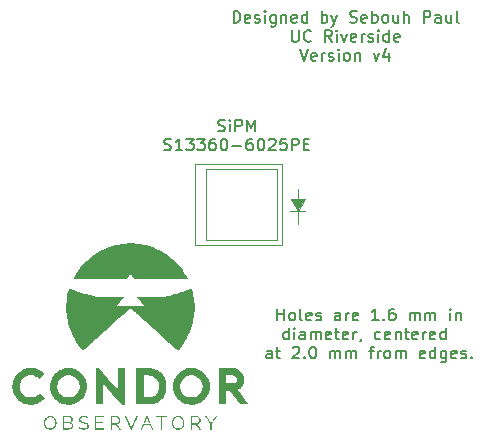
<source format=gbr>
%TF.GenerationSoftware,KiCad,Pcbnew,(6.0.8-1)-1*%
%TF.CreationDate,2022-12-29T14:42:36-05:00*%
%TF.ProjectId,Condor,436f6e64-6f72-42e6-9b69-6361645f7063,rev?*%
%TF.SameCoordinates,Original*%
%TF.FileFunction,Legend,Top*%
%TF.FilePolarity,Positive*%
%FSLAX46Y46*%
G04 Gerber Fmt 4.6, Leading zero omitted, Abs format (unit mm)*
G04 Created by KiCad (PCBNEW (6.0.8-1)-1) date 2022-12-29 14:42:36*
%MOMM*%
%LPD*%
G01*
G04 APERTURE LIST*
%ADD10C,0.150000*%
%ADD11C,0.120000*%
G04 APERTURE END LIST*
D10*
X178038095Y-109842380D02*
X178038095Y-108842380D01*
X178038095Y-109318571D02*
X178609523Y-109318571D01*
X178609523Y-109842380D02*
X178609523Y-108842380D01*
X179228571Y-109842380D02*
X179133333Y-109794761D01*
X179085714Y-109747142D01*
X179038095Y-109651904D01*
X179038095Y-109366190D01*
X179085714Y-109270952D01*
X179133333Y-109223333D01*
X179228571Y-109175714D01*
X179371428Y-109175714D01*
X179466666Y-109223333D01*
X179514285Y-109270952D01*
X179561904Y-109366190D01*
X179561904Y-109651904D01*
X179514285Y-109747142D01*
X179466666Y-109794761D01*
X179371428Y-109842380D01*
X179228571Y-109842380D01*
X180133333Y-109842380D02*
X180038095Y-109794761D01*
X179990476Y-109699523D01*
X179990476Y-108842380D01*
X180895238Y-109794761D02*
X180800000Y-109842380D01*
X180609523Y-109842380D01*
X180514285Y-109794761D01*
X180466666Y-109699523D01*
X180466666Y-109318571D01*
X180514285Y-109223333D01*
X180609523Y-109175714D01*
X180800000Y-109175714D01*
X180895238Y-109223333D01*
X180942857Y-109318571D01*
X180942857Y-109413809D01*
X180466666Y-109509047D01*
X181323809Y-109794761D02*
X181419047Y-109842380D01*
X181609523Y-109842380D01*
X181704761Y-109794761D01*
X181752380Y-109699523D01*
X181752380Y-109651904D01*
X181704761Y-109556666D01*
X181609523Y-109509047D01*
X181466666Y-109509047D01*
X181371428Y-109461428D01*
X181323809Y-109366190D01*
X181323809Y-109318571D01*
X181371428Y-109223333D01*
X181466666Y-109175714D01*
X181609523Y-109175714D01*
X181704761Y-109223333D01*
X183371428Y-109842380D02*
X183371428Y-109318571D01*
X183323809Y-109223333D01*
X183228571Y-109175714D01*
X183038095Y-109175714D01*
X182942857Y-109223333D01*
X183371428Y-109794761D02*
X183276190Y-109842380D01*
X183038095Y-109842380D01*
X182942857Y-109794761D01*
X182895238Y-109699523D01*
X182895238Y-109604285D01*
X182942857Y-109509047D01*
X183038095Y-109461428D01*
X183276190Y-109461428D01*
X183371428Y-109413809D01*
X183847619Y-109842380D02*
X183847619Y-109175714D01*
X183847619Y-109366190D02*
X183895238Y-109270952D01*
X183942857Y-109223333D01*
X184038095Y-109175714D01*
X184133333Y-109175714D01*
X184847619Y-109794761D02*
X184752380Y-109842380D01*
X184561904Y-109842380D01*
X184466666Y-109794761D01*
X184419047Y-109699523D01*
X184419047Y-109318571D01*
X184466666Y-109223333D01*
X184561904Y-109175714D01*
X184752380Y-109175714D01*
X184847619Y-109223333D01*
X184895238Y-109318571D01*
X184895238Y-109413809D01*
X184419047Y-109509047D01*
X186609523Y-109842380D02*
X186038095Y-109842380D01*
X186323809Y-109842380D02*
X186323809Y-108842380D01*
X186228571Y-108985238D01*
X186133333Y-109080476D01*
X186038095Y-109128095D01*
X187038095Y-109747142D02*
X187085714Y-109794761D01*
X187038095Y-109842380D01*
X186990476Y-109794761D01*
X187038095Y-109747142D01*
X187038095Y-109842380D01*
X187942857Y-108842380D02*
X187752380Y-108842380D01*
X187657142Y-108890000D01*
X187609523Y-108937619D01*
X187514285Y-109080476D01*
X187466666Y-109270952D01*
X187466666Y-109651904D01*
X187514285Y-109747142D01*
X187561904Y-109794761D01*
X187657142Y-109842380D01*
X187847619Y-109842380D01*
X187942857Y-109794761D01*
X187990476Y-109747142D01*
X188038095Y-109651904D01*
X188038095Y-109413809D01*
X187990476Y-109318571D01*
X187942857Y-109270952D01*
X187847619Y-109223333D01*
X187657142Y-109223333D01*
X187561904Y-109270952D01*
X187514285Y-109318571D01*
X187466666Y-109413809D01*
X189228571Y-109842380D02*
X189228571Y-109175714D01*
X189228571Y-109270952D02*
X189276190Y-109223333D01*
X189371428Y-109175714D01*
X189514285Y-109175714D01*
X189609523Y-109223333D01*
X189657142Y-109318571D01*
X189657142Y-109842380D01*
X189657142Y-109318571D02*
X189704761Y-109223333D01*
X189800000Y-109175714D01*
X189942857Y-109175714D01*
X190038095Y-109223333D01*
X190085714Y-109318571D01*
X190085714Y-109842380D01*
X190561904Y-109842380D02*
X190561904Y-109175714D01*
X190561904Y-109270952D02*
X190609523Y-109223333D01*
X190704761Y-109175714D01*
X190847619Y-109175714D01*
X190942857Y-109223333D01*
X190990476Y-109318571D01*
X190990476Y-109842380D01*
X190990476Y-109318571D02*
X191038095Y-109223333D01*
X191133333Y-109175714D01*
X191276190Y-109175714D01*
X191371428Y-109223333D01*
X191419047Y-109318571D01*
X191419047Y-109842380D01*
X192657142Y-109842380D02*
X192657142Y-109175714D01*
X192657142Y-108842380D02*
X192609523Y-108890000D01*
X192657142Y-108937619D01*
X192704761Y-108890000D01*
X192657142Y-108842380D01*
X192657142Y-108937619D01*
X193133333Y-109175714D02*
X193133333Y-109842380D01*
X193133333Y-109270952D02*
X193180952Y-109223333D01*
X193276190Y-109175714D01*
X193419047Y-109175714D01*
X193514285Y-109223333D01*
X193561904Y-109318571D01*
X193561904Y-109842380D01*
X178990476Y-111452380D02*
X178990476Y-110452380D01*
X178990476Y-111404761D02*
X178895238Y-111452380D01*
X178704761Y-111452380D01*
X178609523Y-111404761D01*
X178561904Y-111357142D01*
X178514285Y-111261904D01*
X178514285Y-110976190D01*
X178561904Y-110880952D01*
X178609523Y-110833333D01*
X178704761Y-110785714D01*
X178895238Y-110785714D01*
X178990476Y-110833333D01*
X179466666Y-111452380D02*
X179466666Y-110785714D01*
X179466666Y-110452380D02*
X179419047Y-110500000D01*
X179466666Y-110547619D01*
X179514285Y-110500000D01*
X179466666Y-110452380D01*
X179466666Y-110547619D01*
X180371428Y-111452380D02*
X180371428Y-110928571D01*
X180323809Y-110833333D01*
X180228571Y-110785714D01*
X180038095Y-110785714D01*
X179942857Y-110833333D01*
X180371428Y-111404761D02*
X180276190Y-111452380D01*
X180038095Y-111452380D01*
X179942857Y-111404761D01*
X179895238Y-111309523D01*
X179895238Y-111214285D01*
X179942857Y-111119047D01*
X180038095Y-111071428D01*
X180276190Y-111071428D01*
X180371428Y-111023809D01*
X180847619Y-111452380D02*
X180847619Y-110785714D01*
X180847619Y-110880952D02*
X180895238Y-110833333D01*
X180990476Y-110785714D01*
X181133333Y-110785714D01*
X181228571Y-110833333D01*
X181276190Y-110928571D01*
X181276190Y-111452380D01*
X181276190Y-110928571D02*
X181323809Y-110833333D01*
X181419047Y-110785714D01*
X181561904Y-110785714D01*
X181657142Y-110833333D01*
X181704761Y-110928571D01*
X181704761Y-111452380D01*
X182561904Y-111404761D02*
X182466666Y-111452380D01*
X182276190Y-111452380D01*
X182180952Y-111404761D01*
X182133333Y-111309523D01*
X182133333Y-110928571D01*
X182180952Y-110833333D01*
X182276190Y-110785714D01*
X182466666Y-110785714D01*
X182561904Y-110833333D01*
X182609523Y-110928571D01*
X182609523Y-111023809D01*
X182133333Y-111119047D01*
X182895238Y-110785714D02*
X183276190Y-110785714D01*
X183038095Y-110452380D02*
X183038095Y-111309523D01*
X183085714Y-111404761D01*
X183180952Y-111452380D01*
X183276190Y-111452380D01*
X183990476Y-111404761D02*
X183895238Y-111452380D01*
X183704761Y-111452380D01*
X183609523Y-111404761D01*
X183561904Y-111309523D01*
X183561904Y-110928571D01*
X183609523Y-110833333D01*
X183704761Y-110785714D01*
X183895238Y-110785714D01*
X183990476Y-110833333D01*
X184038095Y-110928571D01*
X184038095Y-111023809D01*
X183561904Y-111119047D01*
X184466666Y-111452380D02*
X184466666Y-110785714D01*
X184466666Y-110976190D02*
X184514285Y-110880952D01*
X184561904Y-110833333D01*
X184657142Y-110785714D01*
X184752380Y-110785714D01*
X185133333Y-111404761D02*
X185133333Y-111452380D01*
X185085714Y-111547619D01*
X185038095Y-111595238D01*
X186752380Y-111404761D02*
X186657142Y-111452380D01*
X186466666Y-111452380D01*
X186371428Y-111404761D01*
X186323809Y-111357142D01*
X186276190Y-111261904D01*
X186276190Y-110976190D01*
X186323809Y-110880952D01*
X186371428Y-110833333D01*
X186466666Y-110785714D01*
X186657142Y-110785714D01*
X186752380Y-110833333D01*
X187561904Y-111404761D02*
X187466666Y-111452380D01*
X187276190Y-111452380D01*
X187180952Y-111404761D01*
X187133333Y-111309523D01*
X187133333Y-110928571D01*
X187180952Y-110833333D01*
X187276190Y-110785714D01*
X187466666Y-110785714D01*
X187561904Y-110833333D01*
X187609523Y-110928571D01*
X187609523Y-111023809D01*
X187133333Y-111119047D01*
X188038095Y-110785714D02*
X188038095Y-111452380D01*
X188038095Y-110880952D02*
X188085714Y-110833333D01*
X188180952Y-110785714D01*
X188323809Y-110785714D01*
X188419047Y-110833333D01*
X188466666Y-110928571D01*
X188466666Y-111452380D01*
X188800000Y-110785714D02*
X189180952Y-110785714D01*
X188942857Y-110452380D02*
X188942857Y-111309523D01*
X188990476Y-111404761D01*
X189085714Y-111452380D01*
X189180952Y-111452380D01*
X189895238Y-111404761D02*
X189800000Y-111452380D01*
X189609523Y-111452380D01*
X189514285Y-111404761D01*
X189466666Y-111309523D01*
X189466666Y-110928571D01*
X189514285Y-110833333D01*
X189609523Y-110785714D01*
X189800000Y-110785714D01*
X189895238Y-110833333D01*
X189942857Y-110928571D01*
X189942857Y-111023809D01*
X189466666Y-111119047D01*
X190371428Y-111452380D02*
X190371428Y-110785714D01*
X190371428Y-110976190D02*
X190419047Y-110880952D01*
X190466666Y-110833333D01*
X190561904Y-110785714D01*
X190657142Y-110785714D01*
X191371428Y-111404761D02*
X191276190Y-111452380D01*
X191085714Y-111452380D01*
X190990476Y-111404761D01*
X190942857Y-111309523D01*
X190942857Y-110928571D01*
X190990476Y-110833333D01*
X191085714Y-110785714D01*
X191276190Y-110785714D01*
X191371428Y-110833333D01*
X191419047Y-110928571D01*
X191419047Y-111023809D01*
X190942857Y-111119047D01*
X192276190Y-111452380D02*
X192276190Y-110452380D01*
X192276190Y-111404761D02*
X192180952Y-111452380D01*
X191990476Y-111452380D01*
X191895238Y-111404761D01*
X191847619Y-111357142D01*
X191800000Y-111261904D01*
X191800000Y-110976190D01*
X191847619Y-110880952D01*
X191895238Y-110833333D01*
X191990476Y-110785714D01*
X192180952Y-110785714D01*
X192276190Y-110833333D01*
X177561904Y-113062380D02*
X177561904Y-112538571D01*
X177514285Y-112443333D01*
X177419047Y-112395714D01*
X177228571Y-112395714D01*
X177133333Y-112443333D01*
X177561904Y-113014761D02*
X177466666Y-113062380D01*
X177228571Y-113062380D01*
X177133333Y-113014761D01*
X177085714Y-112919523D01*
X177085714Y-112824285D01*
X177133333Y-112729047D01*
X177228571Y-112681428D01*
X177466666Y-112681428D01*
X177561904Y-112633809D01*
X177895238Y-112395714D02*
X178276190Y-112395714D01*
X178038095Y-112062380D02*
X178038095Y-112919523D01*
X178085714Y-113014761D01*
X178180952Y-113062380D01*
X178276190Y-113062380D01*
X179323809Y-112157619D02*
X179371428Y-112110000D01*
X179466666Y-112062380D01*
X179704761Y-112062380D01*
X179800000Y-112110000D01*
X179847619Y-112157619D01*
X179895238Y-112252857D01*
X179895238Y-112348095D01*
X179847619Y-112490952D01*
X179276190Y-113062380D01*
X179895238Y-113062380D01*
X180323809Y-112967142D02*
X180371428Y-113014761D01*
X180323809Y-113062380D01*
X180276190Y-113014761D01*
X180323809Y-112967142D01*
X180323809Y-113062380D01*
X180990476Y-112062380D02*
X181085714Y-112062380D01*
X181180952Y-112110000D01*
X181228571Y-112157619D01*
X181276190Y-112252857D01*
X181323809Y-112443333D01*
X181323809Y-112681428D01*
X181276190Y-112871904D01*
X181228571Y-112967142D01*
X181180952Y-113014761D01*
X181085714Y-113062380D01*
X180990476Y-113062380D01*
X180895238Y-113014761D01*
X180847619Y-112967142D01*
X180800000Y-112871904D01*
X180752380Y-112681428D01*
X180752380Y-112443333D01*
X180800000Y-112252857D01*
X180847619Y-112157619D01*
X180895238Y-112110000D01*
X180990476Y-112062380D01*
X182514285Y-113062380D02*
X182514285Y-112395714D01*
X182514285Y-112490952D02*
X182561904Y-112443333D01*
X182657142Y-112395714D01*
X182800000Y-112395714D01*
X182895238Y-112443333D01*
X182942857Y-112538571D01*
X182942857Y-113062380D01*
X182942857Y-112538571D02*
X182990476Y-112443333D01*
X183085714Y-112395714D01*
X183228571Y-112395714D01*
X183323809Y-112443333D01*
X183371428Y-112538571D01*
X183371428Y-113062380D01*
X183847619Y-113062380D02*
X183847619Y-112395714D01*
X183847619Y-112490952D02*
X183895238Y-112443333D01*
X183990476Y-112395714D01*
X184133333Y-112395714D01*
X184228571Y-112443333D01*
X184276190Y-112538571D01*
X184276190Y-113062380D01*
X184276190Y-112538571D02*
X184323809Y-112443333D01*
X184419047Y-112395714D01*
X184561904Y-112395714D01*
X184657142Y-112443333D01*
X184704761Y-112538571D01*
X184704761Y-113062380D01*
X185800000Y-112395714D02*
X186180952Y-112395714D01*
X185942857Y-113062380D02*
X185942857Y-112205238D01*
X185990476Y-112110000D01*
X186085714Y-112062380D01*
X186180952Y-112062380D01*
X186514285Y-113062380D02*
X186514285Y-112395714D01*
X186514285Y-112586190D02*
X186561904Y-112490952D01*
X186609523Y-112443333D01*
X186704761Y-112395714D01*
X186800000Y-112395714D01*
X187276190Y-113062380D02*
X187180952Y-113014761D01*
X187133333Y-112967142D01*
X187085714Y-112871904D01*
X187085714Y-112586190D01*
X187133333Y-112490952D01*
X187180952Y-112443333D01*
X187276190Y-112395714D01*
X187419047Y-112395714D01*
X187514285Y-112443333D01*
X187561904Y-112490952D01*
X187609523Y-112586190D01*
X187609523Y-112871904D01*
X187561904Y-112967142D01*
X187514285Y-113014761D01*
X187419047Y-113062380D01*
X187276190Y-113062380D01*
X188038095Y-113062380D02*
X188038095Y-112395714D01*
X188038095Y-112490952D02*
X188085714Y-112443333D01*
X188180952Y-112395714D01*
X188323809Y-112395714D01*
X188419047Y-112443333D01*
X188466666Y-112538571D01*
X188466666Y-113062380D01*
X188466666Y-112538571D02*
X188514285Y-112443333D01*
X188609523Y-112395714D01*
X188752380Y-112395714D01*
X188847619Y-112443333D01*
X188895238Y-112538571D01*
X188895238Y-113062380D01*
X190514285Y-113014761D02*
X190419047Y-113062380D01*
X190228571Y-113062380D01*
X190133333Y-113014761D01*
X190085714Y-112919523D01*
X190085714Y-112538571D01*
X190133333Y-112443333D01*
X190228571Y-112395714D01*
X190419047Y-112395714D01*
X190514285Y-112443333D01*
X190561904Y-112538571D01*
X190561904Y-112633809D01*
X190085714Y-112729047D01*
X191419047Y-113062380D02*
X191419047Y-112062380D01*
X191419047Y-113014761D02*
X191323809Y-113062380D01*
X191133333Y-113062380D01*
X191038095Y-113014761D01*
X190990476Y-112967142D01*
X190942857Y-112871904D01*
X190942857Y-112586190D01*
X190990476Y-112490952D01*
X191038095Y-112443333D01*
X191133333Y-112395714D01*
X191323809Y-112395714D01*
X191419047Y-112443333D01*
X192323809Y-112395714D02*
X192323809Y-113205238D01*
X192276190Y-113300476D01*
X192228571Y-113348095D01*
X192133333Y-113395714D01*
X191990476Y-113395714D01*
X191895238Y-113348095D01*
X192323809Y-113014761D02*
X192228571Y-113062380D01*
X192038095Y-113062380D01*
X191942857Y-113014761D01*
X191895238Y-112967142D01*
X191847619Y-112871904D01*
X191847619Y-112586190D01*
X191895238Y-112490952D01*
X191942857Y-112443333D01*
X192038095Y-112395714D01*
X192228571Y-112395714D01*
X192323809Y-112443333D01*
X193180952Y-113014761D02*
X193085714Y-113062380D01*
X192895238Y-113062380D01*
X192800000Y-113014761D01*
X192752380Y-112919523D01*
X192752380Y-112538571D01*
X192800000Y-112443333D01*
X192895238Y-112395714D01*
X193085714Y-112395714D01*
X193180952Y-112443333D01*
X193228571Y-112538571D01*
X193228571Y-112633809D01*
X192752380Y-112729047D01*
X193609523Y-113014761D02*
X193704761Y-113062380D01*
X193895238Y-113062380D01*
X193990476Y-113014761D01*
X194038095Y-112919523D01*
X194038095Y-112871904D01*
X193990476Y-112776666D01*
X193895238Y-112729047D01*
X193752380Y-112729047D01*
X193657142Y-112681428D01*
X193609523Y-112586190D01*
X193609523Y-112538571D01*
X193657142Y-112443333D01*
X193752380Y-112395714D01*
X193895238Y-112395714D01*
X193990476Y-112443333D01*
X194466666Y-112967142D02*
X194514285Y-113014761D01*
X194466666Y-113062380D01*
X194419047Y-113014761D01*
X194466666Y-112967142D01*
X194466666Y-113062380D01*
X174323809Y-84642380D02*
X174323809Y-83642380D01*
X174561904Y-83642380D01*
X174704761Y-83690000D01*
X174800000Y-83785238D01*
X174847619Y-83880476D01*
X174895238Y-84070952D01*
X174895238Y-84213809D01*
X174847619Y-84404285D01*
X174800000Y-84499523D01*
X174704761Y-84594761D01*
X174561904Y-84642380D01*
X174323809Y-84642380D01*
X175704761Y-84594761D02*
X175609523Y-84642380D01*
X175419047Y-84642380D01*
X175323809Y-84594761D01*
X175276190Y-84499523D01*
X175276190Y-84118571D01*
X175323809Y-84023333D01*
X175419047Y-83975714D01*
X175609523Y-83975714D01*
X175704761Y-84023333D01*
X175752380Y-84118571D01*
X175752380Y-84213809D01*
X175276190Y-84309047D01*
X176133333Y-84594761D02*
X176228571Y-84642380D01*
X176419047Y-84642380D01*
X176514285Y-84594761D01*
X176561904Y-84499523D01*
X176561904Y-84451904D01*
X176514285Y-84356666D01*
X176419047Y-84309047D01*
X176276190Y-84309047D01*
X176180952Y-84261428D01*
X176133333Y-84166190D01*
X176133333Y-84118571D01*
X176180952Y-84023333D01*
X176276190Y-83975714D01*
X176419047Y-83975714D01*
X176514285Y-84023333D01*
X176990476Y-84642380D02*
X176990476Y-83975714D01*
X176990476Y-83642380D02*
X176942857Y-83690000D01*
X176990476Y-83737619D01*
X177038095Y-83690000D01*
X176990476Y-83642380D01*
X176990476Y-83737619D01*
X177895238Y-83975714D02*
X177895238Y-84785238D01*
X177847619Y-84880476D01*
X177800000Y-84928095D01*
X177704761Y-84975714D01*
X177561904Y-84975714D01*
X177466666Y-84928095D01*
X177895238Y-84594761D02*
X177800000Y-84642380D01*
X177609523Y-84642380D01*
X177514285Y-84594761D01*
X177466666Y-84547142D01*
X177419047Y-84451904D01*
X177419047Y-84166190D01*
X177466666Y-84070952D01*
X177514285Y-84023333D01*
X177609523Y-83975714D01*
X177800000Y-83975714D01*
X177895238Y-84023333D01*
X178371428Y-83975714D02*
X178371428Y-84642380D01*
X178371428Y-84070952D02*
X178419047Y-84023333D01*
X178514285Y-83975714D01*
X178657142Y-83975714D01*
X178752380Y-84023333D01*
X178800000Y-84118571D01*
X178800000Y-84642380D01*
X179657142Y-84594761D02*
X179561904Y-84642380D01*
X179371428Y-84642380D01*
X179276190Y-84594761D01*
X179228571Y-84499523D01*
X179228571Y-84118571D01*
X179276190Y-84023333D01*
X179371428Y-83975714D01*
X179561904Y-83975714D01*
X179657142Y-84023333D01*
X179704761Y-84118571D01*
X179704761Y-84213809D01*
X179228571Y-84309047D01*
X180561904Y-84642380D02*
X180561904Y-83642380D01*
X180561904Y-84594761D02*
X180466666Y-84642380D01*
X180276190Y-84642380D01*
X180180952Y-84594761D01*
X180133333Y-84547142D01*
X180085714Y-84451904D01*
X180085714Y-84166190D01*
X180133333Y-84070952D01*
X180180952Y-84023333D01*
X180276190Y-83975714D01*
X180466666Y-83975714D01*
X180561904Y-84023333D01*
X181800000Y-84642380D02*
X181800000Y-83642380D01*
X181800000Y-84023333D02*
X181895238Y-83975714D01*
X182085714Y-83975714D01*
X182180952Y-84023333D01*
X182228571Y-84070952D01*
X182276190Y-84166190D01*
X182276190Y-84451904D01*
X182228571Y-84547142D01*
X182180952Y-84594761D01*
X182085714Y-84642380D01*
X181895238Y-84642380D01*
X181800000Y-84594761D01*
X182609523Y-83975714D02*
X182847619Y-84642380D01*
X183085714Y-83975714D02*
X182847619Y-84642380D01*
X182752380Y-84880476D01*
X182704761Y-84928095D01*
X182609523Y-84975714D01*
X184180952Y-84594761D02*
X184323809Y-84642380D01*
X184561904Y-84642380D01*
X184657142Y-84594761D01*
X184704761Y-84547142D01*
X184752380Y-84451904D01*
X184752380Y-84356666D01*
X184704761Y-84261428D01*
X184657142Y-84213809D01*
X184561904Y-84166190D01*
X184371428Y-84118571D01*
X184276190Y-84070952D01*
X184228571Y-84023333D01*
X184180952Y-83928095D01*
X184180952Y-83832857D01*
X184228571Y-83737619D01*
X184276190Y-83690000D01*
X184371428Y-83642380D01*
X184609523Y-83642380D01*
X184752380Y-83690000D01*
X185561904Y-84594761D02*
X185466666Y-84642380D01*
X185276190Y-84642380D01*
X185180952Y-84594761D01*
X185133333Y-84499523D01*
X185133333Y-84118571D01*
X185180952Y-84023333D01*
X185276190Y-83975714D01*
X185466666Y-83975714D01*
X185561904Y-84023333D01*
X185609523Y-84118571D01*
X185609523Y-84213809D01*
X185133333Y-84309047D01*
X186038095Y-84642380D02*
X186038095Y-83642380D01*
X186038095Y-84023333D02*
X186133333Y-83975714D01*
X186323809Y-83975714D01*
X186419047Y-84023333D01*
X186466666Y-84070952D01*
X186514285Y-84166190D01*
X186514285Y-84451904D01*
X186466666Y-84547142D01*
X186419047Y-84594761D01*
X186323809Y-84642380D01*
X186133333Y-84642380D01*
X186038095Y-84594761D01*
X187085714Y-84642380D02*
X186990476Y-84594761D01*
X186942857Y-84547142D01*
X186895238Y-84451904D01*
X186895238Y-84166190D01*
X186942857Y-84070952D01*
X186990476Y-84023333D01*
X187085714Y-83975714D01*
X187228571Y-83975714D01*
X187323809Y-84023333D01*
X187371428Y-84070952D01*
X187419047Y-84166190D01*
X187419047Y-84451904D01*
X187371428Y-84547142D01*
X187323809Y-84594761D01*
X187228571Y-84642380D01*
X187085714Y-84642380D01*
X188276190Y-83975714D02*
X188276190Y-84642380D01*
X187847619Y-83975714D02*
X187847619Y-84499523D01*
X187895238Y-84594761D01*
X187990476Y-84642380D01*
X188133333Y-84642380D01*
X188228571Y-84594761D01*
X188276190Y-84547142D01*
X188752380Y-84642380D02*
X188752380Y-83642380D01*
X189180952Y-84642380D02*
X189180952Y-84118571D01*
X189133333Y-84023333D01*
X189038095Y-83975714D01*
X188895238Y-83975714D01*
X188800000Y-84023333D01*
X188752380Y-84070952D01*
X190419047Y-84642380D02*
X190419047Y-83642380D01*
X190800000Y-83642380D01*
X190895238Y-83690000D01*
X190942857Y-83737619D01*
X190990476Y-83832857D01*
X190990476Y-83975714D01*
X190942857Y-84070952D01*
X190895238Y-84118571D01*
X190800000Y-84166190D01*
X190419047Y-84166190D01*
X191847619Y-84642380D02*
X191847619Y-84118571D01*
X191800000Y-84023333D01*
X191704761Y-83975714D01*
X191514285Y-83975714D01*
X191419047Y-84023333D01*
X191847619Y-84594761D02*
X191752380Y-84642380D01*
X191514285Y-84642380D01*
X191419047Y-84594761D01*
X191371428Y-84499523D01*
X191371428Y-84404285D01*
X191419047Y-84309047D01*
X191514285Y-84261428D01*
X191752380Y-84261428D01*
X191847619Y-84213809D01*
X192752380Y-83975714D02*
X192752380Y-84642380D01*
X192323809Y-83975714D02*
X192323809Y-84499523D01*
X192371428Y-84594761D01*
X192466666Y-84642380D01*
X192609523Y-84642380D01*
X192704761Y-84594761D01*
X192752380Y-84547142D01*
X193371428Y-84642380D02*
X193276190Y-84594761D01*
X193228571Y-84499523D01*
X193228571Y-83642380D01*
X179252380Y-85252380D02*
X179252380Y-86061904D01*
X179300000Y-86157142D01*
X179347619Y-86204761D01*
X179442857Y-86252380D01*
X179633333Y-86252380D01*
X179728571Y-86204761D01*
X179776190Y-86157142D01*
X179823809Y-86061904D01*
X179823809Y-85252380D01*
X180871428Y-86157142D02*
X180823809Y-86204761D01*
X180680952Y-86252380D01*
X180585714Y-86252380D01*
X180442857Y-86204761D01*
X180347619Y-86109523D01*
X180300000Y-86014285D01*
X180252380Y-85823809D01*
X180252380Y-85680952D01*
X180300000Y-85490476D01*
X180347619Y-85395238D01*
X180442857Y-85300000D01*
X180585714Y-85252380D01*
X180680952Y-85252380D01*
X180823809Y-85300000D01*
X180871428Y-85347619D01*
X182633333Y-86252380D02*
X182300000Y-85776190D01*
X182061904Y-86252380D02*
X182061904Y-85252380D01*
X182442857Y-85252380D01*
X182538095Y-85300000D01*
X182585714Y-85347619D01*
X182633333Y-85442857D01*
X182633333Y-85585714D01*
X182585714Y-85680952D01*
X182538095Y-85728571D01*
X182442857Y-85776190D01*
X182061904Y-85776190D01*
X183061904Y-86252380D02*
X183061904Y-85585714D01*
X183061904Y-85252380D02*
X183014285Y-85300000D01*
X183061904Y-85347619D01*
X183109523Y-85300000D01*
X183061904Y-85252380D01*
X183061904Y-85347619D01*
X183442857Y-85585714D02*
X183680952Y-86252380D01*
X183919047Y-85585714D01*
X184680952Y-86204761D02*
X184585714Y-86252380D01*
X184395238Y-86252380D01*
X184300000Y-86204761D01*
X184252380Y-86109523D01*
X184252380Y-85728571D01*
X184300000Y-85633333D01*
X184395238Y-85585714D01*
X184585714Y-85585714D01*
X184680952Y-85633333D01*
X184728571Y-85728571D01*
X184728571Y-85823809D01*
X184252380Y-85919047D01*
X185157142Y-86252380D02*
X185157142Y-85585714D01*
X185157142Y-85776190D02*
X185204761Y-85680952D01*
X185252380Y-85633333D01*
X185347619Y-85585714D01*
X185442857Y-85585714D01*
X185728571Y-86204761D02*
X185823809Y-86252380D01*
X186014285Y-86252380D01*
X186109523Y-86204761D01*
X186157142Y-86109523D01*
X186157142Y-86061904D01*
X186109523Y-85966666D01*
X186014285Y-85919047D01*
X185871428Y-85919047D01*
X185776190Y-85871428D01*
X185728571Y-85776190D01*
X185728571Y-85728571D01*
X185776190Y-85633333D01*
X185871428Y-85585714D01*
X186014285Y-85585714D01*
X186109523Y-85633333D01*
X186585714Y-86252380D02*
X186585714Y-85585714D01*
X186585714Y-85252380D02*
X186538095Y-85300000D01*
X186585714Y-85347619D01*
X186633333Y-85300000D01*
X186585714Y-85252380D01*
X186585714Y-85347619D01*
X187490476Y-86252380D02*
X187490476Y-85252380D01*
X187490476Y-86204761D02*
X187395238Y-86252380D01*
X187204761Y-86252380D01*
X187109523Y-86204761D01*
X187061904Y-86157142D01*
X187014285Y-86061904D01*
X187014285Y-85776190D01*
X187061904Y-85680952D01*
X187109523Y-85633333D01*
X187204761Y-85585714D01*
X187395238Y-85585714D01*
X187490476Y-85633333D01*
X188347619Y-86204761D02*
X188252380Y-86252380D01*
X188061904Y-86252380D01*
X187966666Y-86204761D01*
X187919047Y-86109523D01*
X187919047Y-85728571D01*
X187966666Y-85633333D01*
X188061904Y-85585714D01*
X188252380Y-85585714D01*
X188347619Y-85633333D01*
X188395238Y-85728571D01*
X188395238Y-85823809D01*
X187919047Y-85919047D01*
X179942857Y-86862380D02*
X180276190Y-87862380D01*
X180609523Y-86862380D01*
X181323809Y-87814761D02*
X181228571Y-87862380D01*
X181038095Y-87862380D01*
X180942857Y-87814761D01*
X180895238Y-87719523D01*
X180895238Y-87338571D01*
X180942857Y-87243333D01*
X181038095Y-87195714D01*
X181228571Y-87195714D01*
X181323809Y-87243333D01*
X181371428Y-87338571D01*
X181371428Y-87433809D01*
X180895238Y-87529047D01*
X181800000Y-87862380D02*
X181800000Y-87195714D01*
X181800000Y-87386190D02*
X181847619Y-87290952D01*
X181895238Y-87243333D01*
X181990476Y-87195714D01*
X182085714Y-87195714D01*
X182371428Y-87814761D02*
X182466666Y-87862380D01*
X182657142Y-87862380D01*
X182752380Y-87814761D01*
X182800000Y-87719523D01*
X182800000Y-87671904D01*
X182752380Y-87576666D01*
X182657142Y-87529047D01*
X182514285Y-87529047D01*
X182419047Y-87481428D01*
X182371428Y-87386190D01*
X182371428Y-87338571D01*
X182419047Y-87243333D01*
X182514285Y-87195714D01*
X182657142Y-87195714D01*
X182752380Y-87243333D01*
X183228571Y-87862380D02*
X183228571Y-87195714D01*
X183228571Y-86862380D02*
X183180952Y-86910000D01*
X183228571Y-86957619D01*
X183276190Y-86910000D01*
X183228571Y-86862380D01*
X183228571Y-86957619D01*
X183847619Y-87862380D02*
X183752380Y-87814761D01*
X183704761Y-87767142D01*
X183657142Y-87671904D01*
X183657142Y-87386190D01*
X183704761Y-87290952D01*
X183752380Y-87243333D01*
X183847619Y-87195714D01*
X183990476Y-87195714D01*
X184085714Y-87243333D01*
X184133333Y-87290952D01*
X184180952Y-87386190D01*
X184180952Y-87671904D01*
X184133333Y-87767142D01*
X184085714Y-87814761D01*
X183990476Y-87862380D01*
X183847619Y-87862380D01*
X184609523Y-87195714D02*
X184609523Y-87862380D01*
X184609523Y-87290952D02*
X184657142Y-87243333D01*
X184752380Y-87195714D01*
X184895238Y-87195714D01*
X184990476Y-87243333D01*
X185038095Y-87338571D01*
X185038095Y-87862380D01*
X186180952Y-87195714D02*
X186419047Y-87862380D01*
X186657142Y-87195714D01*
X187466666Y-87195714D02*
X187466666Y-87862380D01*
X187228571Y-86814761D02*
X186990476Y-87529047D01*
X187609523Y-87529047D01*
X173004761Y-93799761D02*
X173147619Y-93847380D01*
X173385714Y-93847380D01*
X173480952Y-93799761D01*
X173528571Y-93752142D01*
X173576190Y-93656904D01*
X173576190Y-93561666D01*
X173528571Y-93466428D01*
X173480952Y-93418809D01*
X173385714Y-93371190D01*
X173195238Y-93323571D01*
X173100000Y-93275952D01*
X173052380Y-93228333D01*
X173004761Y-93133095D01*
X173004761Y-93037857D01*
X173052380Y-92942619D01*
X173100000Y-92895000D01*
X173195238Y-92847380D01*
X173433333Y-92847380D01*
X173576190Y-92895000D01*
X174004761Y-93847380D02*
X174004761Y-93180714D01*
X174004761Y-92847380D02*
X173957142Y-92895000D01*
X174004761Y-92942619D01*
X174052380Y-92895000D01*
X174004761Y-92847380D01*
X174004761Y-92942619D01*
X174480952Y-93847380D02*
X174480952Y-92847380D01*
X174861904Y-92847380D01*
X174957142Y-92895000D01*
X175004761Y-92942619D01*
X175052380Y-93037857D01*
X175052380Y-93180714D01*
X175004761Y-93275952D01*
X174957142Y-93323571D01*
X174861904Y-93371190D01*
X174480952Y-93371190D01*
X175480952Y-93847380D02*
X175480952Y-92847380D01*
X175814285Y-93561666D01*
X176147619Y-92847380D01*
X176147619Y-93847380D01*
X168457142Y-95409761D02*
X168600000Y-95457380D01*
X168838095Y-95457380D01*
X168933333Y-95409761D01*
X168980952Y-95362142D01*
X169028571Y-95266904D01*
X169028571Y-95171666D01*
X168980952Y-95076428D01*
X168933333Y-95028809D01*
X168838095Y-94981190D01*
X168647619Y-94933571D01*
X168552380Y-94885952D01*
X168504761Y-94838333D01*
X168457142Y-94743095D01*
X168457142Y-94647857D01*
X168504761Y-94552619D01*
X168552380Y-94505000D01*
X168647619Y-94457380D01*
X168885714Y-94457380D01*
X169028571Y-94505000D01*
X169980952Y-95457380D02*
X169409523Y-95457380D01*
X169695238Y-95457380D02*
X169695238Y-94457380D01*
X169600000Y-94600238D01*
X169504761Y-94695476D01*
X169409523Y-94743095D01*
X170314285Y-94457380D02*
X170933333Y-94457380D01*
X170600000Y-94838333D01*
X170742857Y-94838333D01*
X170838095Y-94885952D01*
X170885714Y-94933571D01*
X170933333Y-95028809D01*
X170933333Y-95266904D01*
X170885714Y-95362142D01*
X170838095Y-95409761D01*
X170742857Y-95457380D01*
X170457142Y-95457380D01*
X170361904Y-95409761D01*
X170314285Y-95362142D01*
X171266666Y-94457380D02*
X171885714Y-94457380D01*
X171552380Y-94838333D01*
X171695238Y-94838333D01*
X171790476Y-94885952D01*
X171838095Y-94933571D01*
X171885714Y-95028809D01*
X171885714Y-95266904D01*
X171838095Y-95362142D01*
X171790476Y-95409761D01*
X171695238Y-95457380D01*
X171409523Y-95457380D01*
X171314285Y-95409761D01*
X171266666Y-95362142D01*
X172742857Y-94457380D02*
X172552380Y-94457380D01*
X172457142Y-94505000D01*
X172409523Y-94552619D01*
X172314285Y-94695476D01*
X172266666Y-94885952D01*
X172266666Y-95266904D01*
X172314285Y-95362142D01*
X172361904Y-95409761D01*
X172457142Y-95457380D01*
X172647619Y-95457380D01*
X172742857Y-95409761D01*
X172790476Y-95362142D01*
X172838095Y-95266904D01*
X172838095Y-95028809D01*
X172790476Y-94933571D01*
X172742857Y-94885952D01*
X172647619Y-94838333D01*
X172457142Y-94838333D01*
X172361904Y-94885952D01*
X172314285Y-94933571D01*
X172266666Y-95028809D01*
X173457142Y-94457380D02*
X173552380Y-94457380D01*
X173647619Y-94505000D01*
X173695238Y-94552619D01*
X173742857Y-94647857D01*
X173790476Y-94838333D01*
X173790476Y-95076428D01*
X173742857Y-95266904D01*
X173695238Y-95362142D01*
X173647619Y-95409761D01*
X173552380Y-95457380D01*
X173457142Y-95457380D01*
X173361904Y-95409761D01*
X173314285Y-95362142D01*
X173266666Y-95266904D01*
X173219047Y-95076428D01*
X173219047Y-94838333D01*
X173266666Y-94647857D01*
X173314285Y-94552619D01*
X173361904Y-94505000D01*
X173457142Y-94457380D01*
X174219047Y-95076428D02*
X174980952Y-95076428D01*
X175885714Y-94457380D02*
X175695238Y-94457380D01*
X175600000Y-94505000D01*
X175552380Y-94552619D01*
X175457142Y-94695476D01*
X175409523Y-94885952D01*
X175409523Y-95266904D01*
X175457142Y-95362142D01*
X175504761Y-95409761D01*
X175600000Y-95457380D01*
X175790476Y-95457380D01*
X175885714Y-95409761D01*
X175933333Y-95362142D01*
X175980952Y-95266904D01*
X175980952Y-95028809D01*
X175933333Y-94933571D01*
X175885714Y-94885952D01*
X175790476Y-94838333D01*
X175600000Y-94838333D01*
X175504761Y-94885952D01*
X175457142Y-94933571D01*
X175409523Y-95028809D01*
X176600000Y-94457380D02*
X176695238Y-94457380D01*
X176790476Y-94505000D01*
X176838095Y-94552619D01*
X176885714Y-94647857D01*
X176933333Y-94838333D01*
X176933333Y-95076428D01*
X176885714Y-95266904D01*
X176838095Y-95362142D01*
X176790476Y-95409761D01*
X176695238Y-95457380D01*
X176600000Y-95457380D01*
X176504761Y-95409761D01*
X176457142Y-95362142D01*
X176409523Y-95266904D01*
X176361904Y-95076428D01*
X176361904Y-94838333D01*
X176409523Y-94647857D01*
X176457142Y-94552619D01*
X176504761Y-94505000D01*
X176600000Y-94457380D01*
X177314285Y-94552619D02*
X177361904Y-94505000D01*
X177457142Y-94457380D01*
X177695238Y-94457380D01*
X177790476Y-94505000D01*
X177838095Y-94552619D01*
X177885714Y-94647857D01*
X177885714Y-94743095D01*
X177838095Y-94885952D01*
X177266666Y-95457380D01*
X177885714Y-95457380D01*
X178790476Y-94457380D02*
X178314285Y-94457380D01*
X178266666Y-94933571D01*
X178314285Y-94885952D01*
X178409523Y-94838333D01*
X178647619Y-94838333D01*
X178742857Y-94885952D01*
X178790476Y-94933571D01*
X178838095Y-95028809D01*
X178838095Y-95266904D01*
X178790476Y-95362142D01*
X178742857Y-95409761D01*
X178647619Y-95457380D01*
X178409523Y-95457380D01*
X178314285Y-95409761D01*
X178266666Y-95362142D01*
X179266666Y-95457380D02*
X179266666Y-94457380D01*
X179647619Y-94457380D01*
X179742857Y-94505000D01*
X179790476Y-94552619D01*
X179838095Y-94647857D01*
X179838095Y-94790714D01*
X179790476Y-94885952D01*
X179742857Y-94933571D01*
X179647619Y-94981190D01*
X179266666Y-94981190D01*
X180266666Y-94933571D02*
X180600000Y-94933571D01*
X180742857Y-95457380D02*
X180266666Y-95457380D01*
X180266666Y-94457380D01*
X180742857Y-94457380D01*
%TO.C,G\u002A\u002A\u002A*%
G36*
X163355544Y-118030955D02*
G01*
X162707093Y-118030955D01*
X162708939Y-118238323D01*
X162710785Y-118445692D01*
X162991342Y-118447513D01*
X163271899Y-118449335D01*
X163271899Y-118539633D01*
X162710785Y-118543277D01*
X162708943Y-118761101D01*
X162707101Y-118978924D01*
X163369484Y-118978924D01*
X163369484Y-119083480D01*
X162595774Y-119083480D01*
X162595774Y-117933370D01*
X163355544Y-117933370D01*
X163355544Y-118030955D01*
G37*
G36*
X170993318Y-117934819D02*
G01*
X171277360Y-117936855D01*
X171330726Y-117962340D01*
X171388579Y-117997264D01*
X171437490Y-118041508D01*
X171477057Y-118093371D01*
X171506877Y-118151151D01*
X171526546Y-118213149D01*
X171535663Y-118277663D01*
X171533822Y-118342993D01*
X171520622Y-118407438D01*
X171495659Y-118469296D01*
X171463123Y-118520928D01*
X171424540Y-118563413D01*
X171379877Y-118598335D01*
X171332770Y-118622995D01*
X171318947Y-118627912D01*
X171282854Y-118639289D01*
X171418554Y-118852672D01*
X171449799Y-118901894D01*
X171478701Y-118947600D01*
X171504397Y-118988410D01*
X171526021Y-119022945D01*
X171542711Y-119049825D01*
X171553602Y-119067669D01*
X171557808Y-119075040D01*
X171556557Y-119079308D01*
X171547332Y-119081745D01*
X171528166Y-119082574D01*
X171497091Y-119082019D01*
X171496791Y-119082010D01*
X171432221Y-119079995D01*
X171299028Y-118869460D01*
X171165835Y-118658926D01*
X170993318Y-118658607D01*
X170820802Y-118658288D01*
X170820802Y-119083480D01*
X170709276Y-119083480D01*
X170709276Y-118553732D01*
X170820632Y-118553732D01*
X171035055Y-118553664D01*
X171095460Y-118553615D01*
X171143619Y-118553437D01*
X171181230Y-118553018D01*
X171209986Y-118552247D01*
X171231584Y-118551013D01*
X171247720Y-118549205D01*
X171260090Y-118546711D01*
X171270388Y-118543420D01*
X171280311Y-118539221D01*
X171284472Y-118537301D01*
X171319176Y-118515198D01*
X171352643Y-118483319D01*
X171381295Y-118445627D01*
X171400511Y-118408760D01*
X171408077Y-118387157D01*
X171412880Y-118365367D01*
X171415495Y-118339218D01*
X171416498Y-118304533D01*
X171416569Y-118292344D01*
X171416359Y-118257371D01*
X171415073Y-118232376D01*
X171412048Y-118213402D01*
X171406619Y-118196492D01*
X171398124Y-118177690D01*
X171396936Y-118175259D01*
X171371241Y-118134135D01*
X171337263Y-118095847D01*
X171299103Y-118064613D01*
X171276440Y-118051278D01*
X171266480Y-118046491D01*
X171256936Y-118042710D01*
X171246096Y-118039817D01*
X171232250Y-118037691D01*
X171213684Y-118036216D01*
X171188688Y-118035272D01*
X171155550Y-118034741D01*
X171112557Y-118034504D01*
X171057998Y-118034442D01*
X171033398Y-118034440D01*
X170824287Y-118034440D01*
X170822459Y-118294086D01*
X170820632Y-118553732D01*
X170709276Y-118553732D01*
X170709276Y-117932782D01*
X170993318Y-117934819D01*
G37*
G36*
X164190624Y-117934819D02*
G01*
X164475047Y-117936855D01*
X164526944Y-117962516D01*
X164586062Y-117999274D01*
X164636563Y-118046036D01*
X164677388Y-118101091D01*
X164707476Y-118162727D01*
X164725768Y-118229232D01*
X164731268Y-118292344D01*
X164725203Y-118364493D01*
X164707629Y-118431076D01*
X164679287Y-118490945D01*
X164640918Y-118542947D01*
X164593263Y-118585932D01*
X164537062Y-118618750D01*
X164515347Y-118627682D01*
X164479733Y-118640862D01*
X164618160Y-118859046D01*
X164649517Y-118908559D01*
X164678387Y-118954313D01*
X164703944Y-118994990D01*
X164725365Y-119029270D01*
X164741826Y-119055835D01*
X164752503Y-119073364D01*
X164756570Y-119080540D01*
X164756586Y-119080617D01*
X164750135Y-119081891D01*
X164732829Y-119082501D01*
X164707741Y-119082378D01*
X164692499Y-119081999D01*
X164628412Y-119079995D01*
X164361604Y-118661773D01*
X164189666Y-118659909D01*
X164017728Y-118658044D01*
X164017728Y-119083480D01*
X163906202Y-119083480D01*
X163906202Y-118553732D01*
X164017558Y-118553732D01*
X164228497Y-118553426D01*
X164294562Y-118553157D01*
X164347960Y-118552524D01*
X164389960Y-118551477D01*
X164421833Y-118549964D01*
X164444849Y-118547933D01*
X164460277Y-118545333D01*
X164465588Y-118543787D01*
X164508622Y-118521356D01*
X164545605Y-118488210D01*
X164575754Y-118446543D01*
X164598286Y-118398549D01*
X164612415Y-118346422D01*
X164617359Y-118292354D01*
X164612333Y-118238540D01*
X164596554Y-118187173D01*
X164594597Y-118182783D01*
X164570631Y-118142029D01*
X164538279Y-118103104D01*
X164501568Y-118070361D01*
X164474425Y-118052913D01*
X164439435Y-118034440D01*
X164021213Y-118034440D01*
X164019386Y-118294086D01*
X164017558Y-118553732D01*
X163906202Y-118553732D01*
X163906202Y-117932782D01*
X164190624Y-117934819D01*
G37*
G36*
X166702891Y-118503814D02*
G01*
X166941458Y-117933370D01*
X166991416Y-117933370D01*
X167022712Y-117934617D01*
X167040476Y-117938377D01*
X167044818Y-117942083D01*
X167047954Y-117949694D01*
X167056047Y-117969233D01*
X167068706Y-117999754D01*
X167085537Y-118040311D01*
X167106147Y-118089959D01*
X167130144Y-118147751D01*
X167157135Y-118212743D01*
X167186728Y-118283989D01*
X167218530Y-118360543D01*
X167252148Y-118441459D01*
X167279771Y-118507937D01*
X167314555Y-118591655D01*
X167347837Y-118671774D01*
X167379224Y-118747347D01*
X167408322Y-118817426D01*
X167434740Y-118881064D01*
X167458082Y-118937314D01*
X167477957Y-118985228D01*
X167493972Y-119023860D01*
X167505732Y-119052260D01*
X167512845Y-119069484D01*
X167514920Y-119074563D01*
X167514163Y-119079122D01*
X167506130Y-119081713D01*
X167488665Y-119082615D01*
X167459613Y-119082104D01*
X167457059Y-119082021D01*
X167395558Y-119079995D01*
X167324468Y-118902250D01*
X167253378Y-118724506D01*
X166727797Y-118724506D01*
X166656707Y-118902250D01*
X166585617Y-119079995D01*
X166524971Y-119082009D01*
X166497866Y-119082391D01*
X166477012Y-119081699D01*
X166465567Y-119080082D01*
X166464325Y-119079141D01*
X166466955Y-119072129D01*
X166474589Y-119053184D01*
X166486844Y-119023230D01*
X166503337Y-118983190D01*
X166523685Y-118933990D01*
X166547504Y-118876553D01*
X166574411Y-118811803D01*
X166604023Y-118740664D01*
X166635956Y-118664062D01*
X166650006Y-118630406D01*
X166765328Y-118630406D01*
X167215821Y-118630406D01*
X167104093Y-118351284D01*
X167080547Y-118292687D01*
X167058555Y-118238402D01*
X167038660Y-118189730D01*
X167021403Y-118147975D01*
X167007323Y-118114440D01*
X166996962Y-118090427D01*
X166990861Y-118077241D01*
X166989445Y-118075082D01*
X166986317Y-118081967D01*
X166978570Y-118100455D01*
X166966752Y-118129199D01*
X166951408Y-118166854D01*
X166933088Y-118212074D01*
X166912338Y-118263514D01*
X166889705Y-118319826D01*
X166875926Y-118354204D01*
X166765328Y-118630406D01*
X166650006Y-118630406D01*
X166669829Y-118582919D01*
X166702891Y-118503814D01*
G37*
G36*
X161671052Y-117927917D02*
G01*
X161714718Y-117929524D01*
X161747954Y-117931652D01*
X161774268Y-117934783D01*
X161797170Y-117939399D01*
X161820170Y-117945981D01*
X161832520Y-117950063D01*
X161875698Y-117967293D01*
X161920670Y-117989547D01*
X161962420Y-118014103D01*
X161995931Y-118038241D01*
X161997516Y-118039571D01*
X162016136Y-118055351D01*
X161959724Y-118149617D01*
X161929860Y-118122089D01*
X161894063Y-118094206D01*
X161850882Y-118070508D01*
X161797454Y-118049498D01*
X161780066Y-118043830D01*
X161754502Y-118036567D01*
X161730196Y-118031768D01*
X161703086Y-118028966D01*
X161669108Y-118027697D01*
X161637349Y-118027470D01*
X161575851Y-118029585D01*
X161525395Y-118036366D01*
X161483675Y-118048464D01*
X161448382Y-118066535D01*
X161419472Y-118089118D01*
X161391184Y-118118630D01*
X161372854Y-118147576D01*
X161362680Y-118180221D01*
X161358861Y-118220830D01*
X161358688Y-118233096D01*
X161360481Y-118271886D01*
X161366915Y-118304467D01*
X161379248Y-118331915D01*
X161398737Y-118355305D01*
X161426638Y-118375712D01*
X161464208Y-118394212D01*
X161512704Y-118411881D01*
X161573383Y-118429793D01*
X161595527Y-118435738D01*
X161633584Y-118445768D01*
X161679169Y-118457772D01*
X161726325Y-118470182D01*
X161765814Y-118480567D01*
X161843980Y-118504055D01*
X161909161Y-118530327D01*
X161962150Y-118560070D01*
X162003744Y-118593966D01*
X162034737Y-118632702D01*
X162055926Y-118676963D01*
X162068105Y-118727432D01*
X162069981Y-118742501D01*
X162070431Y-118807987D01*
X162058430Y-118869705D01*
X162034500Y-118926079D01*
X161999164Y-118975537D01*
X161989200Y-118986047D01*
X161960022Y-119009692D01*
X161921525Y-119033033D01*
X161878183Y-119053754D01*
X161834472Y-119069542D01*
X161820346Y-119073368D01*
X161785933Y-119079461D01*
X161741746Y-119083904D01*
X161691868Y-119086594D01*
X161640380Y-119087423D01*
X161591365Y-119086287D01*
X161548904Y-119083079D01*
X161532390Y-119080829D01*
X161435884Y-119058084D01*
X161344586Y-119022504D01*
X161259211Y-118974406D01*
X161209355Y-118938268D01*
X161192612Y-118924988D01*
X161219232Y-118880510D01*
X161232256Y-118858801D01*
X161242193Y-118842339D01*
X161247154Y-118834248D01*
X161247353Y-118833948D01*
X161253154Y-118836907D01*
X161267367Y-118846593D01*
X161287384Y-118861193D01*
X161296724Y-118868226D01*
X161371919Y-118916836D01*
X161452680Y-118952668D01*
X161538962Y-118975710D01*
X161630722Y-118985946D01*
X161660533Y-118986517D01*
X161736223Y-118982360D01*
X161800540Y-118970182D01*
X161853526Y-118949964D01*
X161895221Y-118921691D01*
X161925667Y-118885343D01*
X161933662Y-118870735D01*
X161945472Y-118833379D01*
X161949359Y-118790314D01*
X161945323Y-118747301D01*
X161933656Y-118710703D01*
X161920814Y-118688445D01*
X161904351Y-118668624D01*
X161882973Y-118650629D01*
X161855383Y-118633849D01*
X161820287Y-118617673D01*
X161776391Y-118601491D01*
X161722397Y-118584691D01*
X161657012Y-118566661D01*
X161594341Y-118550620D01*
X161524769Y-118532427D01*
X161467206Y-118515399D01*
X161419848Y-118498787D01*
X161380896Y-118481843D01*
X161348547Y-118463818D01*
X161321002Y-118443965D01*
X161306017Y-118430852D01*
X161272823Y-118391503D01*
X161250808Y-118345443D01*
X161239331Y-118291216D01*
X161238065Y-118276698D01*
X161239612Y-118207679D01*
X161253549Y-118144743D01*
X161279562Y-118088440D01*
X161317333Y-118039320D01*
X161366547Y-117997934D01*
X161413589Y-117970934D01*
X161455237Y-117952949D01*
X161496072Y-117940153D01*
X161539412Y-117931991D01*
X161588572Y-117927908D01*
X161646869Y-117927352D01*
X161671052Y-117927917D01*
G37*
G36*
X160515121Y-117936855D02*
G01*
X160552401Y-117957505D01*
X160598075Y-117990381D01*
X160637470Y-118033886D01*
X160668760Y-118085440D01*
X160690123Y-118142463D01*
X160693725Y-118157395D01*
X160698031Y-118193731D01*
X160697956Y-118236895D01*
X160693888Y-118280803D01*
X160686215Y-118319369D01*
X160682677Y-118330681D01*
X160663106Y-118371924D01*
X160635390Y-118412287D01*
X160603263Y-118446822D01*
X160582792Y-118463118D01*
X160564131Y-118476359D01*
X160551217Y-118486528D01*
X160547090Y-118490999D01*
X160552927Y-118495534D01*
X160568068Y-118503938D01*
X160587332Y-118513476D01*
X160637361Y-118544593D01*
X160679165Y-118585864D01*
X160711837Y-118635576D01*
X160734468Y-118692014D01*
X160746150Y-118753468D01*
X160746395Y-118813601D01*
X160734746Y-118872407D01*
X160710863Y-118926679D01*
X160676098Y-118975009D01*
X160631801Y-119015989D01*
X160579325Y-119048210D01*
X160520021Y-119070263D01*
X160494672Y-119075925D01*
X160476360Y-119077909D01*
X160445220Y-119079633D01*
X160402360Y-119081071D01*
X160348892Y-119082196D01*
X160285925Y-119082985D01*
X160214570Y-119083410D01*
X160168808Y-119083480D01*
X159884303Y-119083480D01*
X159884303Y-118761349D01*
X159995829Y-118761349D01*
X159995987Y-118814819D01*
X159996435Y-118863773D01*
X159997134Y-118906477D01*
X159998042Y-118941199D01*
X159999121Y-118966208D01*
X160000330Y-118979771D01*
X160000893Y-118981665D01*
X160008839Y-118982817D01*
X160029052Y-118983747D01*
X160059861Y-118984436D01*
X160099595Y-118984864D01*
X160146582Y-118985009D01*
X160199149Y-118984851D01*
X160236143Y-118984570D01*
X160298985Y-118983951D01*
X160349516Y-118983324D01*
X160389367Y-118982576D01*
X160420168Y-118981593D01*
X160443548Y-118980260D01*
X160461137Y-118978465D01*
X160474566Y-118976093D01*
X160485464Y-118973031D01*
X160495462Y-118969165D01*
X160502670Y-118965977D01*
X160537725Y-118944487D01*
X160571860Y-118913730D01*
X160600888Y-118877993D01*
X160617931Y-118848002D01*
X160629322Y-118808858D01*
X160632817Y-118763483D01*
X160628323Y-118717195D01*
X160620726Y-118688119D01*
X160603869Y-118653888D01*
X160578147Y-118618957D01*
X160547562Y-118588000D01*
X160516113Y-118565694D01*
X160515906Y-118565583D01*
X160507843Y-118561517D01*
X160499411Y-118558223D01*
X160489088Y-118555606D01*
X160475355Y-118553569D01*
X160456691Y-118552015D01*
X160431576Y-118550849D01*
X160398489Y-118549974D01*
X160355911Y-118549293D01*
X160302320Y-118548709D01*
X160241534Y-118548172D01*
X159995829Y-118546097D01*
X159995829Y-118761349D01*
X159884303Y-118761349D01*
X159884303Y-118457033D01*
X159995829Y-118457033D01*
X160217138Y-118454847D01*
X160438447Y-118452662D01*
X160475618Y-118432072D01*
X160511438Y-118408114D01*
X160538753Y-118379260D01*
X160561304Y-118341376D01*
X160565292Y-118332961D01*
X160581573Y-118282655D01*
X160585773Y-118231352D01*
X160578591Y-118181305D01*
X160560726Y-118134766D01*
X160532875Y-118093986D01*
X160495737Y-118061219D01*
X160477703Y-118050473D01*
X160440340Y-118030955D01*
X159995829Y-118030955D01*
X159995829Y-118457033D01*
X159884303Y-118457033D01*
X159884303Y-117932833D01*
X160515121Y-117936855D01*
G37*
G36*
X169103245Y-118391140D02*
G01*
X169111442Y-118350723D01*
X169136931Y-118277680D01*
X169172183Y-118206389D01*
X169215187Y-118140055D01*
X169263929Y-118081886D01*
X169302784Y-118045758D01*
X169342369Y-118016860D01*
X169388339Y-117989056D01*
X169436295Y-117964639D01*
X169481838Y-117945903D01*
X169511243Y-117937081D01*
X169546863Y-117931225D01*
X169590929Y-117927748D01*
X169638909Y-117926653D01*
X169686267Y-117927944D01*
X169728472Y-117931622D01*
X169758100Y-117936925D01*
X169832924Y-117962936D01*
X169903149Y-118001355D01*
X169967742Y-118051110D01*
X170025669Y-118111132D01*
X170075896Y-118180351D01*
X170117388Y-118257696D01*
X170148926Y-118341480D01*
X170156682Y-118368550D01*
X170162020Y-118392259D01*
X170165391Y-118416434D01*
X170167246Y-118444903D01*
X170168035Y-118481495D01*
X170168173Y-118504940D01*
X170167313Y-118562298D01*
X170163718Y-118609993D01*
X170156442Y-118652187D01*
X170144541Y-118693045D01*
X170127069Y-118736727D01*
X170104886Y-118783754D01*
X170087099Y-118818759D01*
X170071644Y-118845756D01*
X170055632Y-118868732D01*
X170036174Y-118891672D01*
X170010382Y-118918563D01*
X169998694Y-118930272D01*
X169939237Y-118984112D01*
X169880655Y-119025453D01*
X169820601Y-119055358D01*
X169756730Y-119074893D01*
X169686695Y-119085121D01*
X169653266Y-119086949D01*
X169619690Y-119087623D01*
X169589292Y-119087585D01*
X169566001Y-119086874D01*
X169555681Y-119085945D01*
X169473956Y-119065955D01*
X169397768Y-119033633D01*
X169327940Y-118989767D01*
X169265298Y-118935147D01*
X169210666Y-118870560D01*
X169164869Y-118796795D01*
X169128731Y-118714641D01*
X169112061Y-118661773D01*
X169103002Y-118615952D01*
X169097583Y-118561472D01*
X169095811Y-118502840D01*
X169095845Y-118501778D01*
X169207032Y-118501778D01*
X169210454Y-118562626D01*
X169224035Y-118639509D01*
X169245063Y-118706581D01*
X169274791Y-118766517D01*
X169314472Y-118821995D01*
X169349903Y-118860677D01*
X169394241Y-118901729D01*
X169435900Y-118932512D01*
X169478395Y-118955244D01*
X169525243Y-118972142D01*
X169527799Y-118972884D01*
X169569092Y-118980997D01*
X169617617Y-118984774D01*
X169667408Y-118984137D01*
X169712499Y-118979008D01*
X169728524Y-118975515D01*
X169797212Y-118950596D01*
X169860143Y-118913076D01*
X169917474Y-118862851D01*
X169948353Y-118827695D01*
X169991299Y-118763532D01*
X170024315Y-118691677D01*
X170046614Y-118614957D01*
X170057414Y-118536201D01*
X170055930Y-118458236D01*
X170054408Y-118445326D01*
X170036661Y-118359806D01*
X170007210Y-118281682D01*
X169966151Y-118211155D01*
X169914231Y-118149085D01*
X169857023Y-118099596D01*
X169796052Y-118063391D01*
X169730532Y-118040133D01*
X169659674Y-118029486D01*
X169632355Y-118028676D01*
X169559225Y-118034650D01*
X169492263Y-118052864D01*
X169430412Y-118083757D01*
X169372611Y-118127766D01*
X169356860Y-118142645D01*
X169305658Y-118202605D01*
X169264269Y-118270809D01*
X169233498Y-118344945D01*
X169214151Y-118422704D01*
X169207032Y-118501778D01*
X169095845Y-118501778D01*
X169097695Y-118444561D01*
X169103245Y-118391140D01*
G37*
G36*
X158272401Y-118422949D02*
G01*
X158278515Y-118375647D01*
X158284483Y-118348107D01*
X158298962Y-118305547D01*
X158320050Y-118257260D01*
X158345341Y-118207892D01*
X158372430Y-118162087D01*
X158398914Y-118124490D01*
X158402575Y-118119979D01*
X158454529Y-118065723D01*
X158514045Y-118017932D01*
X158578125Y-117978545D01*
X158643768Y-117949502D01*
X158685401Y-117937194D01*
X158730605Y-117929971D01*
X158783818Y-117926686D01*
X158839693Y-117927282D01*
X158892884Y-117931701D01*
X158938042Y-117939886D01*
X158938140Y-117939911D01*
X159011407Y-117965698D01*
X159080199Y-118003852D01*
X159143490Y-118053231D01*
X159200255Y-118112697D01*
X159249469Y-118181108D01*
X159290105Y-118257324D01*
X159321138Y-118340204D01*
X159331115Y-118376944D01*
X159339246Y-118425659D01*
X159342900Y-118482650D01*
X159342141Y-118543013D01*
X159337033Y-118601845D01*
X159327640Y-118654242D01*
X159327504Y-118654803D01*
X159300695Y-118737712D01*
X159262600Y-118815202D01*
X159214408Y-118885865D01*
X159157306Y-118948289D01*
X159092482Y-119001065D01*
X159021125Y-119042783D01*
X158988684Y-119056988D01*
X158926749Y-119075674D01*
X158857765Y-119086535D01*
X158786467Y-119089194D01*
X158717590Y-119083273D01*
X158699342Y-119080018D01*
X158621726Y-119057459D01*
X158549318Y-119022617D01*
X158483018Y-118976466D01*
X158423726Y-118919980D01*
X158372343Y-118854135D01*
X158329771Y-118779905D01*
X158296909Y-118698266D01*
X158277144Y-118623081D01*
X158271330Y-118580713D01*
X158268685Y-118530134D01*
X158268692Y-118529166D01*
X158382242Y-118529166D01*
X158385868Y-118584354D01*
X158394079Y-118632092D01*
X158395455Y-118637377D01*
X158422912Y-118715432D01*
X158460098Y-118785709D01*
X158506086Y-118847204D01*
X158559948Y-118898918D01*
X158620758Y-118939847D01*
X158687588Y-118968992D01*
X158708225Y-118975167D01*
X158746914Y-118982049D01*
X158793196Y-118984938D01*
X158841310Y-118983846D01*
X158885497Y-118978780D01*
X158903961Y-118974852D01*
X158961735Y-118954787D01*
X159015064Y-118924884D01*
X159066792Y-118883443D01*
X159083304Y-118867633D01*
X159135955Y-118807198D01*
X159176194Y-118742303D01*
X159204579Y-118671644D01*
X159221665Y-118593913D01*
X159227443Y-118529120D01*
X159226869Y-118458305D01*
X159218293Y-118394747D01*
X159200717Y-118333650D01*
X159173744Y-118271433D01*
X159132827Y-118202530D01*
X159083958Y-118144360D01*
X159027907Y-118097421D01*
X158965446Y-118062217D01*
X158897348Y-118039247D01*
X158824384Y-118029014D01*
X158799667Y-118028514D01*
X158728611Y-118035821D01*
X158661294Y-118055966D01*
X158598688Y-118088123D01*
X158541764Y-118131466D01*
X158491496Y-118185170D01*
X158448855Y-118248408D01*
X158414813Y-118320356D01*
X158398327Y-118369412D01*
X158388525Y-118416644D01*
X158383145Y-118471579D01*
X158382242Y-118529166D01*
X158268692Y-118529166D01*
X158269083Y-118475995D01*
X158272401Y-118422949D01*
G37*
G36*
X157245179Y-113866408D02*
G01*
X157386443Y-113882057D01*
X157526555Y-113911110D01*
X157664678Y-113953662D01*
X157693762Y-113964478D01*
X157819953Y-114019051D01*
X157941913Y-114084007D01*
X158057314Y-114157880D01*
X158163824Y-114239205D01*
X158241043Y-114308623D01*
X158295065Y-114361059D01*
X158084209Y-114575609D01*
X157873354Y-114790158D01*
X157817591Y-114740934D01*
X157719422Y-114662575D01*
X157617337Y-114597472D01*
X157510853Y-114545370D01*
X157399485Y-114506013D01*
X157345174Y-114491813D01*
X157286262Y-114481255D01*
X157219717Y-114474661D01*
X157150042Y-114472112D01*
X157081739Y-114473686D01*
X157019311Y-114479465D01*
X156984633Y-114485384D01*
X156870421Y-114516258D01*
X156762830Y-114558926D01*
X156662546Y-114612785D01*
X156570254Y-114677231D01*
X156486641Y-114751660D01*
X156412393Y-114835468D01*
X156348194Y-114928051D01*
X156294732Y-115028806D01*
X156256104Y-115126745D01*
X156233288Y-115204714D01*
X156218368Y-115280527D01*
X156210499Y-115359549D01*
X156208713Y-115427525D01*
X156211965Y-115516895D01*
X156222190Y-115598432D01*
X156240096Y-115676755D01*
X156253431Y-115720008D01*
X156296682Y-115828042D01*
X156351204Y-115928207D01*
X156416414Y-116019970D01*
X156491730Y-116102799D01*
X156576569Y-116176163D01*
X156670349Y-116239528D01*
X156772486Y-116292364D01*
X156882399Y-116334137D01*
X156945626Y-116352122D01*
X156988735Y-116360357D01*
X157041734Y-116366387D01*
X157100732Y-116370110D01*
X157161837Y-116371425D01*
X157221158Y-116370232D01*
X157274805Y-116366429D01*
X157310229Y-116361583D01*
X157407771Y-116338663D01*
X157502688Y-116304890D01*
X157596201Y-116259638D01*
X157689531Y-116202279D01*
X157783898Y-116132184D01*
X157828134Y-116095370D01*
X157855630Y-116071520D01*
X157879324Y-116050555D01*
X157897190Y-116034298D01*
X157907203Y-116024573D01*
X157908508Y-116023001D01*
X157914120Y-116026299D01*
X157928375Y-116038235D01*
X157950036Y-116057610D01*
X157977866Y-116083229D01*
X158010626Y-116113895D01*
X158047078Y-116148411D01*
X158085984Y-116185582D01*
X158126107Y-116224209D01*
X158166209Y-116263097D01*
X158205051Y-116301049D01*
X158241397Y-116336869D01*
X158274007Y-116369360D01*
X158301645Y-116397325D01*
X158323072Y-116419567D01*
X158337050Y-116434891D01*
X158342342Y-116442100D01*
X158342338Y-116442353D01*
X158336711Y-116448881D01*
X158322745Y-116462791D01*
X158302455Y-116482131D01*
X158277857Y-116504951D01*
X158274150Y-116508344D01*
X158153916Y-116610665D01*
X158030284Y-116701217D01*
X157903944Y-116779646D01*
X157775587Y-116845602D01*
X157645905Y-116898734D01*
X157515588Y-116938691D01*
X157385328Y-116965122D01*
X157371017Y-116967190D01*
X157304100Y-116974531D01*
X157229611Y-116979426D01*
X157152984Y-116981706D01*
X157079650Y-116981197D01*
X157021246Y-116978237D01*
X156875902Y-116960394D01*
X156736171Y-116929889D01*
X156601391Y-116886493D01*
X156470901Y-116829976D01*
X156344039Y-116760110D01*
X156287192Y-116723742D01*
X156171083Y-116637875D01*
X156063999Y-116541756D01*
X155966531Y-116436232D01*
X155879271Y-116322152D01*
X155802811Y-116200365D01*
X155737743Y-116071719D01*
X155684658Y-115937062D01*
X155645833Y-115804210D01*
X155630260Y-115736660D01*
X155618610Y-115676076D01*
X155610404Y-115618290D01*
X155605160Y-115559129D01*
X155602399Y-115494423D01*
X155601638Y-115420555D01*
X155604888Y-115300638D01*
X155614874Y-115190222D01*
X155632288Y-115086249D01*
X155657817Y-114985660D01*
X155692152Y-114885395D01*
X155735983Y-114782395D01*
X155754037Y-114744429D01*
X155824945Y-114613407D01*
X155904967Y-114492789D01*
X155994555Y-114382058D01*
X156094157Y-114280696D01*
X156204225Y-114188188D01*
X156294131Y-114124162D01*
X156420104Y-114048653D01*
X156550764Y-113985881D01*
X156685278Y-113935941D01*
X156822811Y-113898929D01*
X156962528Y-113874939D01*
X157103596Y-113864067D01*
X157245179Y-113866408D01*
G37*
G36*
X166713516Y-113892469D02*
G01*
X166824746Y-113893012D01*
X166923081Y-113893552D01*
X167009568Y-113894138D01*
X167085253Y-113894822D01*
X167151181Y-113895654D01*
X167208399Y-113896686D01*
X167257953Y-113897968D01*
X167300890Y-113899551D01*
X167338254Y-113901487D01*
X167371093Y-113903825D01*
X167400451Y-113906617D01*
X167427377Y-113909914D01*
X167452914Y-113913766D01*
X167478111Y-113918225D01*
X167504012Y-113923341D01*
X167531664Y-113929165D01*
X167550148Y-113933154D01*
X167666991Y-113964601D01*
X167784145Y-114007833D01*
X167898356Y-114061324D01*
X168006365Y-114123548D01*
X168104918Y-114192977D01*
X168105573Y-114193490D01*
X168144560Y-114226368D01*
X168188386Y-114267191D01*
X168233759Y-114312581D01*
X168277386Y-114359161D01*
X168315975Y-114403551D01*
X168340347Y-114434335D01*
X168415648Y-114546525D01*
X168481042Y-114667922D01*
X168536150Y-114797559D01*
X168580593Y-114934466D01*
X168613991Y-115077673D01*
X168629520Y-115173107D01*
X168634241Y-115218087D01*
X168637833Y-115273185D01*
X168640272Y-115335112D01*
X168641535Y-115400579D01*
X168641596Y-115466298D01*
X168640432Y-115528980D01*
X168638018Y-115585335D01*
X168634331Y-115632075D01*
X168632988Y-115643606D01*
X168607742Y-115791863D01*
X168570936Y-115933741D01*
X168522873Y-116068724D01*
X168463859Y-116196294D01*
X168394197Y-116315936D01*
X168314193Y-116427134D01*
X168224151Y-116529370D01*
X168124375Y-116622129D01*
X168015170Y-116704894D01*
X168001892Y-116713833D01*
X167912162Y-116767811D01*
X167813163Y-116817263D01*
X167709331Y-116860241D01*
X167605095Y-116894799D01*
X167565642Y-116905485D01*
X167539002Y-116912204D01*
X167514818Y-116918139D01*
X167492083Y-116923343D01*
X167469789Y-116927866D01*
X167446926Y-116931762D01*
X167422486Y-116935083D01*
X167395460Y-116937880D01*
X167364841Y-116940207D01*
X167329618Y-116942115D01*
X167288785Y-116943656D01*
X167241331Y-116944883D01*
X167186249Y-116945847D01*
X167122529Y-116946602D01*
X167049164Y-116947199D01*
X166965145Y-116947691D01*
X166869462Y-116948129D01*
X166761109Y-116948566D01*
X166730942Y-116948685D01*
X166101866Y-116951171D01*
X166101866Y-116344128D01*
X166701266Y-116344128D01*
X166967908Y-116344099D01*
X167044791Y-116343941D01*
X167109147Y-116343455D01*
X167162387Y-116342596D01*
X167205921Y-116341321D01*
X167241161Y-116339586D01*
X167269517Y-116337346D01*
X167292399Y-116334556D01*
X167297284Y-116333792D01*
X167367396Y-116320235D01*
X167429431Y-116303290D01*
X167489164Y-116281148D01*
X167541607Y-116257298D01*
X167635820Y-116203933D01*
X167721248Y-116140173D01*
X167797418Y-116066816D01*
X167863855Y-115984657D01*
X167920088Y-115894495D01*
X167965643Y-115797127D01*
X168000046Y-115693348D01*
X168022824Y-115583956D01*
X168033505Y-115469748D01*
X168034298Y-115427525D01*
X168027977Y-115307860D01*
X168009209Y-115194460D01*
X167977995Y-115087333D01*
X167934338Y-114986488D01*
X167878243Y-114891932D01*
X167809711Y-114803673D01*
X167777030Y-114768288D01*
X167696471Y-114694148D01*
X167610412Y-114632427D01*
X167517824Y-114582560D01*
X167417679Y-114543979D01*
X167325588Y-114519580D01*
X167309519Y-114516464D01*
X167291934Y-114513917D01*
X167271308Y-114511885D01*
X167246115Y-114510314D01*
X167214828Y-114509147D01*
X167175922Y-114508331D01*
X167127870Y-114507811D01*
X167069146Y-114507531D01*
X166998225Y-114507438D01*
X166987102Y-114507437D01*
X166704803Y-114507437D01*
X166703034Y-115425782D01*
X166701266Y-116344128D01*
X166101866Y-116344128D01*
X166101866Y-113889554D01*
X166713516Y-113892469D01*
G37*
G36*
X165452933Y-118419553D02*
G01*
X165484877Y-118497980D01*
X165515424Y-118572880D01*
X165544149Y-118643215D01*
X165570627Y-118707948D01*
X165594432Y-118766040D01*
X165615138Y-118816454D01*
X165632319Y-118858152D01*
X165645549Y-118890097D01*
X165654404Y-118911251D01*
X165658457Y-118920575D01*
X165658522Y-118920705D01*
X165660501Y-118922161D01*
X165663597Y-118920042D01*
X165668147Y-118913567D01*
X165674492Y-118901956D01*
X165682968Y-118884430D01*
X165693915Y-118860208D01*
X165707672Y-118828509D01*
X165724577Y-118788553D01*
X165744969Y-118739560D01*
X165769186Y-118680750D01*
X165797566Y-118611342D01*
X165830450Y-118530557D01*
X165868174Y-118437613D01*
X165868359Y-118437157D01*
X165900519Y-118358044D01*
X165931293Y-118282726D01*
X165960267Y-118212196D01*
X165987024Y-118147449D01*
X166011149Y-118089477D01*
X166032226Y-118039274D01*
X166049840Y-117997834D01*
X166063575Y-117966151D01*
X166073016Y-117945218D01*
X166077747Y-117936030D01*
X166078086Y-117935691D01*
X166088338Y-117934527D01*
X166108461Y-117934158D01*
X166134405Y-117934643D01*
X166138715Y-117934799D01*
X166191757Y-117936855D01*
X166031576Y-118323710D01*
X165999873Y-118400272D01*
X165967426Y-118478627D01*
X165935042Y-118556822D01*
X165903532Y-118632901D01*
X165873705Y-118704911D01*
X165846370Y-118770897D01*
X165822337Y-118828907D01*
X165802415Y-118876985D01*
X165794110Y-118897023D01*
X165716826Y-119083480D01*
X165613446Y-119083480D01*
X165599224Y-119050371D01*
X165594382Y-119038884D01*
X165584627Y-119015553D01*
X165570388Y-118981406D01*
X165552094Y-118937476D01*
X165530172Y-118884794D01*
X165505053Y-118824391D01*
X165477165Y-118757297D01*
X165446937Y-118684544D01*
X165414798Y-118607163D01*
X165381176Y-118526184D01*
X165365124Y-118487514D01*
X165331197Y-118405813D01*
X165298718Y-118327671D01*
X165268095Y-118254067D01*
X165239738Y-118185981D01*
X165214054Y-118124393D01*
X165191455Y-118070282D01*
X165172348Y-118024629D01*
X165157142Y-117988413D01*
X165146247Y-117962614D01*
X165140072Y-117948212D01*
X165138870Y-117945568D01*
X165136956Y-117939736D01*
X165140225Y-117936125D01*
X165151037Y-117934211D01*
X165171753Y-117933471D01*
X165193768Y-117933370D01*
X165255041Y-117933370D01*
X165452933Y-118419553D01*
G37*
G36*
X158799435Y-115212806D02*
G01*
X158826058Y-115073773D01*
X158865508Y-114936977D01*
X158917418Y-114803378D01*
X158981421Y-114673935D01*
X159057151Y-114549608D01*
X159144241Y-114431356D01*
X159229089Y-114334034D01*
X159305672Y-114260123D01*
X159393363Y-114188426D01*
X159489334Y-114120727D01*
X159590759Y-114058813D01*
X159694812Y-114004468D01*
X159798664Y-113959480D01*
X159852937Y-113939948D01*
X159986791Y-113902503D01*
X160124718Y-113877462D01*
X160265062Y-113864789D01*
X160406166Y-113864445D01*
X160546372Y-113876392D01*
X160684024Y-113900594D01*
X160817465Y-113937012D01*
X160891741Y-113963508D01*
X161031077Y-114024905D01*
X161161753Y-114097073D01*
X161283474Y-114179748D01*
X161395946Y-114272666D01*
X161498873Y-114375563D01*
X161591963Y-114488175D01*
X161674920Y-114610238D01*
X161737484Y-114721690D01*
X161789038Y-114831040D01*
X161830053Y-114937959D01*
X161861166Y-115045190D01*
X161883016Y-115155476D01*
X161896239Y-115271559D01*
X161901475Y-115396182D01*
X161901614Y-115427525D01*
X161899639Y-115523378D01*
X161893726Y-115609679D01*
X161883234Y-115690420D01*
X161867524Y-115769594D01*
X161845957Y-115851193D01*
X161821217Y-115929391D01*
X161803774Y-115975723D01*
X161780278Y-116030147D01*
X161752469Y-116089195D01*
X161722086Y-116149400D01*
X161690870Y-116207296D01*
X161660562Y-116259415D01*
X161637221Y-116295979D01*
X161549790Y-116413407D01*
X161452825Y-116521470D01*
X161347156Y-116619580D01*
X161233609Y-116707144D01*
X161113012Y-116783574D01*
X160986192Y-116848278D01*
X160853978Y-116900665D01*
X160743579Y-116933644D01*
X160645722Y-116954724D01*
X160540553Y-116970205D01*
X160432797Y-116979681D01*
X160327179Y-116982744D01*
X160228423Y-116978990D01*
X160222148Y-116978483D01*
X160078176Y-116959720D01*
X159937343Y-116928127D01*
X159800563Y-116884256D01*
X159668754Y-116828660D01*
X159542830Y-116761891D01*
X159423709Y-116684501D01*
X159312305Y-116597042D01*
X159209537Y-116500066D01*
X159116318Y-116394126D01*
X159033567Y-116279773D01*
X159015328Y-116251078D01*
X158949562Y-116135183D01*
X158895646Y-116018420D01*
X158852987Y-115898836D01*
X158820996Y-115774478D01*
X158799080Y-115643390D01*
X158786649Y-115503621D01*
X158786133Y-115493743D01*
X158786069Y-115424040D01*
X159394461Y-115424040D01*
X159401083Y-115539562D01*
X159420893Y-115650618D01*
X159453804Y-115757002D01*
X159499733Y-115858511D01*
X159558593Y-115954943D01*
X159630299Y-116046093D01*
X159674978Y-116093695D01*
X159761183Y-116170774D01*
X159854415Y-116236265D01*
X159953778Y-116289696D01*
X160058381Y-116330594D01*
X160167328Y-116358487D01*
X160180544Y-116360919D01*
X160224547Y-116366513D01*
X160277944Y-116369940D01*
X160336360Y-116371202D01*
X160395416Y-116370298D01*
X160450738Y-116367231D01*
X160497947Y-116362001D01*
X160505180Y-116360841D01*
X160611190Y-116335964D01*
X160716022Y-116297832D01*
X160818007Y-116247121D01*
X160881065Y-116208343D01*
X160919580Y-116179634D01*
X160962776Y-116142237D01*
X161007713Y-116099135D01*
X161051450Y-116053313D01*
X161091048Y-116007754D01*
X161123565Y-115965442D01*
X161130744Y-115954970D01*
X161188227Y-115858168D01*
X161232392Y-115760190D01*
X161263843Y-115659169D01*
X161283184Y-115553239D01*
X161290396Y-115462377D01*
X161289560Y-115361905D01*
X161278742Y-115267486D01*
X161257371Y-115174884D01*
X161247011Y-115141260D01*
X161204186Y-115031960D01*
X161150155Y-114930268D01*
X161085654Y-114836841D01*
X161011416Y-114752335D01*
X160928177Y-114677406D01*
X160836671Y-114612711D01*
X160737633Y-114558908D01*
X160631797Y-114516652D01*
X160519899Y-114486601D01*
X160512906Y-114485179D01*
X160461300Y-114477755D01*
X160400617Y-114473639D01*
X160335307Y-114472786D01*
X160269825Y-114475147D01*
X160208622Y-114480676D01*
X160158004Y-114488926D01*
X160045990Y-114519390D01*
X159941527Y-114561455D01*
X159843864Y-114615523D01*
X159752249Y-114681995D01*
X159685859Y-114741394D01*
X159607717Y-114825814D01*
X159542288Y-114914968D01*
X159488789Y-115010083D01*
X159446441Y-115112388D01*
X159442369Y-115124314D01*
X159418402Y-115206786D01*
X159403119Y-115286939D01*
X159395612Y-115370456D01*
X159394461Y-115424040D01*
X158786069Y-115424040D01*
X158786004Y-115353116D01*
X158799435Y-115212806D01*
G37*
G36*
X169208648Y-115253402D02*
G01*
X169231580Y-115112607D01*
X169268189Y-114973684D01*
X169318569Y-114836152D01*
X169360130Y-114744429D01*
X169432107Y-114611723D01*
X169513580Y-114489198D01*
X169604702Y-114376704D01*
X169705625Y-114274087D01*
X169816503Y-114181194D01*
X169937487Y-114097872D01*
X170068733Y-114023969D01*
X170092399Y-114012173D01*
X170219805Y-113957476D01*
X170352608Y-113915082D01*
X170489497Y-113885075D01*
X170629164Y-113867536D01*
X170770297Y-113862549D01*
X170911588Y-113870195D01*
X171051725Y-113890558D01*
X171189400Y-113923718D01*
X171241375Y-113939883D01*
X171289041Y-113957316D01*
X171344228Y-113980178D01*
X171403405Y-114006780D01*
X171463040Y-114035433D01*
X171519602Y-114064446D01*
X171569559Y-114092130D01*
X171604816Y-114113763D01*
X171726661Y-114201645D01*
X171837821Y-114298419D01*
X171938504Y-114404320D01*
X172028919Y-114519585D01*
X172109273Y-114644452D01*
X172166444Y-114751400D01*
X172222925Y-114881959D01*
X172266355Y-115016056D01*
X172296884Y-115152759D01*
X172314665Y-115291134D01*
X172319850Y-115430249D01*
X172312591Y-115569170D01*
X172293040Y-115706964D01*
X172261349Y-115842699D01*
X172217669Y-115975440D01*
X172162153Y-116104256D01*
X172094953Y-116228212D01*
X172016220Y-116346376D01*
X171926107Y-116457814D01*
X171880497Y-116506951D01*
X171820903Y-116566259D01*
X171764702Y-116617232D01*
X171707816Y-116663303D01*
X171646164Y-116707905D01*
X171623032Y-116723585D01*
X171502581Y-116796408D01*
X171376661Y-116857896D01*
X171246950Y-116907408D01*
X171115126Y-116944302D01*
X170985843Y-116967551D01*
X170926840Y-116973789D01*
X170861298Y-116978340D01*
X170793576Y-116981069D01*
X170728033Y-116981840D01*
X170669029Y-116980518D01*
X170636087Y-116978457D01*
X170492158Y-116959622D01*
X170351398Y-116927993D01*
X170214719Y-116884125D01*
X170083033Y-116828570D01*
X169957252Y-116761882D01*
X169838288Y-116684616D01*
X169727051Y-116597324D01*
X169624454Y-116500561D01*
X169531409Y-116394879D01*
X169448826Y-116280833D01*
X169424977Y-116243021D01*
X169360532Y-116128109D01*
X169308004Y-116013742D01*
X169266611Y-115897445D01*
X169235569Y-115776744D01*
X169214096Y-115649167D01*
X169203432Y-115542536D01*
X169201293Y-115467031D01*
X169810766Y-115467031D01*
X169814609Y-115533179D01*
X169820346Y-115578165D01*
X169845423Y-115687005D01*
X169882973Y-115791120D01*
X169932107Y-115889612D01*
X169991937Y-115981581D01*
X170061573Y-116066129D01*
X170140128Y-116142356D01*
X170226711Y-116209364D01*
X170320436Y-116266254D01*
X170420412Y-116312127D01*
X170525751Y-116346084D01*
X170594265Y-116360919D01*
X170636479Y-116366293D01*
X170688222Y-116369702D01*
X170745224Y-116371142D01*
X170803213Y-116370612D01*
X170857916Y-116368109D01*
X170905062Y-116363630D01*
X170921872Y-116361109D01*
X171029690Y-116335493D01*
X171133478Y-116297095D01*
X171232109Y-116246768D01*
X171324455Y-116185364D01*
X171409389Y-116113738D01*
X171485784Y-116032741D01*
X171552514Y-115943228D01*
X171608451Y-115846050D01*
X171612034Y-115838776D01*
X171646451Y-115760972D01*
X171671898Y-115685884D01*
X171689403Y-115609294D01*
X171699995Y-115526984D01*
X171703903Y-115462247D01*
X171704425Y-115379749D01*
X171699007Y-115305311D01*
X171687030Y-115234107D01*
X171667876Y-115161311D01*
X171663535Y-115147406D01*
X171621709Y-115038224D01*
X171568602Y-114936433D01*
X171504969Y-114842724D01*
X171431563Y-114757787D01*
X171349138Y-114682313D01*
X171258449Y-114616993D01*
X171160249Y-114562516D01*
X171055292Y-114519573D01*
X170944412Y-114488872D01*
X170883789Y-114479239D01*
X170814665Y-114473835D01*
X170741821Y-114472660D01*
X170670037Y-114475713D01*
X170604098Y-114482994D01*
X170571725Y-114488872D01*
X170458888Y-114519841D01*
X170353033Y-114562871D01*
X170254076Y-114618007D01*
X170161931Y-114685295D01*
X170107309Y-114733974D01*
X170057068Y-114784477D01*
X170015344Y-114832114D01*
X169978689Y-114881179D01*
X169943656Y-114935961D01*
X169939589Y-114942799D01*
X169889220Y-115041098D01*
X169849456Y-115147065D01*
X169833514Y-115203533D01*
X169822424Y-115260293D01*
X169814830Y-115326113D01*
X169810892Y-115396517D01*
X169810766Y-115467031D01*
X169201293Y-115467031D01*
X169199296Y-115396552D01*
X169208648Y-115253402D01*
G37*
G36*
X170802743Y-107187316D02*
G01*
X170871784Y-107437792D01*
X170928431Y-107693701D01*
X170972635Y-107953991D01*
X171004342Y-108217611D01*
X171023502Y-108483510D01*
X171030061Y-108750635D01*
X171023969Y-109017935D01*
X171005173Y-109284358D01*
X170973622Y-109548853D01*
X170931482Y-109798957D01*
X170873161Y-110064173D01*
X170801501Y-110325781D01*
X170716758Y-110583261D01*
X170619185Y-110836096D01*
X170509038Y-111083767D01*
X170386573Y-111325756D01*
X170252043Y-111561544D01*
X170105705Y-111790613D01*
X169947813Y-112012443D01*
X169778622Y-112226518D01*
X169681821Y-112339654D01*
X169659695Y-112364050D01*
X169640322Y-112384017D01*
X169625798Y-112397486D01*
X169618244Y-112402388D01*
X169612417Y-112397762D01*
X169596712Y-112384147D01*
X169571566Y-112361934D01*
X169537412Y-112331516D01*
X169494684Y-112293286D01*
X169443817Y-112247634D01*
X169385246Y-112194955D01*
X169319406Y-112135639D01*
X169246729Y-112070080D01*
X169167652Y-111998669D01*
X169082608Y-111921799D01*
X168992032Y-111839862D01*
X168896358Y-111753251D01*
X168796022Y-111662357D01*
X168691457Y-111567573D01*
X168583097Y-111469291D01*
X168471378Y-111367903D01*
X168356734Y-111263803D01*
X168286501Y-111200000D01*
X168087660Y-111019336D01*
X167898873Y-110847812D01*
X167719879Y-110685192D01*
X167550415Y-110531239D01*
X167390219Y-110385718D01*
X167239030Y-110248392D01*
X167096584Y-110119027D01*
X166962620Y-109997384D01*
X166836875Y-109883230D01*
X166719088Y-109776326D01*
X166608996Y-109676438D01*
X166506337Y-109583330D01*
X166410848Y-109496764D01*
X166322269Y-109416506D01*
X166240336Y-109342319D01*
X166164787Y-109273968D01*
X166095360Y-109211215D01*
X166031794Y-109153826D01*
X165973825Y-109101563D01*
X165921192Y-109054192D01*
X165873632Y-109011476D01*
X165830884Y-108973178D01*
X165792685Y-108939063D01*
X165758773Y-108908896D01*
X165728886Y-108882438D01*
X165702762Y-108859456D01*
X165680138Y-108839712D01*
X165660752Y-108822971D01*
X165644342Y-108808997D01*
X165630647Y-108797553D01*
X165619403Y-108788403D01*
X165610349Y-108781312D01*
X165603223Y-108776044D01*
X165597762Y-108772362D01*
X165593704Y-108770030D01*
X165590787Y-108768812D01*
X165588749Y-108768473D01*
X165587327Y-108768775D01*
X165586663Y-108769166D01*
X165580697Y-108774423D01*
X165564765Y-108788732D01*
X165539223Y-108811773D01*
X165504424Y-108843223D01*
X165460722Y-108882763D01*
X165408471Y-108930070D01*
X165348025Y-108984824D01*
X165279739Y-109046704D01*
X165203966Y-109115388D01*
X165121060Y-109190556D01*
X165031376Y-109271886D01*
X164935267Y-109359057D01*
X164833088Y-109451748D01*
X164725192Y-109549638D01*
X164611934Y-109652406D01*
X164493667Y-109759731D01*
X164370746Y-109871291D01*
X164243525Y-109986765D01*
X164112358Y-110105833D01*
X163977598Y-110228174D01*
X163839600Y-110353465D01*
X163698718Y-110481386D01*
X163579007Y-110590093D01*
X163436057Y-110719901D01*
X163295726Y-110847315D01*
X163158367Y-110972018D01*
X163024333Y-111093689D01*
X162893974Y-111212009D01*
X162767645Y-111326658D01*
X162645697Y-111437316D01*
X162528484Y-111543665D01*
X162416356Y-111645384D01*
X162309668Y-111742154D01*
X162208771Y-111833655D01*
X162114018Y-111919568D01*
X162025761Y-111999573D01*
X161944353Y-112073350D01*
X161870146Y-112140580D01*
X161803493Y-112200944D01*
X161744746Y-112254121D01*
X161694258Y-112299792D01*
X161652381Y-112337638D01*
X161619468Y-112367339D01*
X161595871Y-112388575D01*
X161581942Y-112401027D01*
X161577970Y-112404465D01*
X161571793Y-112400203D01*
X161558242Y-112387082D01*
X161538994Y-112366845D01*
X161515729Y-112341237D01*
X161500919Y-112324452D01*
X161327775Y-112115621D01*
X161165114Y-111897783D01*
X161013242Y-111671461D01*
X160872465Y-111437176D01*
X160743089Y-111195450D01*
X160625420Y-110946805D01*
X160519765Y-110691762D01*
X160479141Y-110583123D01*
X160397483Y-110337623D01*
X160328073Y-110086349D01*
X160270958Y-109830268D01*
X160226183Y-109570346D01*
X160193793Y-109307550D01*
X160173834Y-109042846D01*
X160166351Y-108777200D01*
X160171391Y-108511578D01*
X160188998Y-108246948D01*
X160219218Y-107984274D01*
X160262097Y-107724524D01*
X160317679Y-107468664D01*
X160330076Y-107419016D01*
X160344573Y-107363252D01*
X160358894Y-107310122D01*
X160372562Y-107261233D01*
X160385100Y-107218191D01*
X160396032Y-107182602D01*
X160404880Y-107156074D01*
X160411168Y-107140213D01*
X160413977Y-107136279D01*
X160421598Y-107138706D01*
X160440373Y-107145528D01*
X160468477Y-107156057D01*
X160504083Y-107169603D01*
X160545366Y-107185479D01*
X160578571Y-107198351D01*
X160779178Y-107274015D01*
X160992490Y-107349977D01*
X161217288Y-107425861D01*
X161452353Y-107501290D01*
X161696465Y-107575888D01*
X161948406Y-107649280D01*
X162206956Y-107721089D01*
X162470896Y-107790939D01*
X162635691Y-107832842D01*
X162860322Y-107889078D01*
X165080658Y-107889078D01*
X164718249Y-108251537D01*
X164355841Y-108613996D01*
X166844160Y-108613996D01*
X166481751Y-108251537D01*
X166119343Y-107889078D01*
X168335867Y-107889034D01*
X168489215Y-107851288D01*
X168688521Y-107801083D01*
X168891549Y-107747734D01*
X169096086Y-107691890D01*
X169299920Y-107634198D01*
X169500838Y-107575306D01*
X169696627Y-107515862D01*
X169885075Y-107456513D01*
X170063967Y-107397906D01*
X170217865Y-107345321D01*
X170273415Y-107325707D01*
X170333649Y-107304075D01*
X170396597Y-107281163D01*
X170460291Y-107257707D01*
X170522765Y-107234445D01*
X170582051Y-107212114D01*
X170636179Y-107191451D01*
X170683182Y-107173193D01*
X170721093Y-107158077D01*
X170747943Y-107146840D01*
X170749087Y-107146337D01*
X170785413Y-107130313D01*
X170802743Y-107187316D01*
G37*
G36*
X168715752Y-118030955D02*
G01*
X168304501Y-118030955D01*
X168304501Y-119083480D01*
X168193063Y-119083480D01*
X168191277Y-118558960D01*
X168189490Y-118034440D01*
X167985607Y-118032592D01*
X167781724Y-118030745D01*
X167781724Y-117933370D01*
X168715752Y-117933370D01*
X168715752Y-118030955D01*
G37*
G36*
X165731984Y-103325474D02*
G01*
X165798606Y-103326606D01*
X165856271Y-103328396D01*
X165885785Y-103329813D01*
X166165879Y-103352421D01*
X166441420Y-103388190D01*
X166712360Y-103437102D01*
X166978650Y-103499143D01*
X167240244Y-103574297D01*
X167497093Y-103662547D01*
X167749149Y-103763878D01*
X167996365Y-103878275D01*
X168238692Y-104005721D01*
X168476083Y-104146201D01*
X168592545Y-104221080D01*
X168769957Y-104343172D01*
X168939467Y-104470190D01*
X169103511Y-104604154D01*
X169264529Y-104747084D01*
X169424958Y-104901000D01*
X169479104Y-104955481D01*
X169666486Y-105155943D01*
X169842868Y-105364689D01*
X170007928Y-105581302D01*
X170161345Y-105805362D01*
X170287756Y-106010566D01*
X170307638Y-106045068D01*
X170329451Y-106083790D01*
X170352171Y-106124820D01*
X170374777Y-106166248D01*
X170396244Y-106206166D01*
X170415552Y-106242663D01*
X170431677Y-106273830D01*
X170443597Y-106297756D01*
X170450289Y-106312533D01*
X170451372Y-106316133D01*
X170444488Y-106316493D01*
X170424180Y-106316845D01*
X170390966Y-106317189D01*
X170345362Y-106317523D01*
X170287885Y-106317847D01*
X170219053Y-106318159D01*
X170139383Y-106318458D01*
X170049391Y-106318744D01*
X169949595Y-106319014D01*
X169840511Y-106319270D01*
X169722657Y-106319508D01*
X169596550Y-106319728D01*
X169462707Y-106319929D01*
X169321645Y-106320111D01*
X169173881Y-106320271D01*
X169019932Y-106320409D01*
X168860315Y-106320525D01*
X168695547Y-106320615D01*
X168526145Y-106320681D01*
X168352627Y-106320721D01*
X168180777Y-106320733D01*
X165910181Y-106320719D01*
X165761412Y-106070244D01*
X165729301Y-106016245D01*
X165699187Y-105965730D01*
X165671860Y-105920014D01*
X165648109Y-105880412D01*
X165628723Y-105848237D01*
X165614491Y-105824805D01*
X165606203Y-105811431D01*
X165604579Y-105808986D01*
X165601543Y-105808095D01*
X165596375Y-105811824D01*
X165588484Y-105821078D01*
X165577276Y-105836766D01*
X165562162Y-105859793D01*
X165542550Y-105891067D01*
X165517848Y-105931493D01*
X165487464Y-105981980D01*
X165450807Y-106043433D01*
X165442307Y-106057731D01*
X165288099Y-106317261D01*
X163014815Y-106319015D01*
X160741531Y-106320768D01*
X160779977Y-106244108D01*
X160805381Y-106195189D01*
X160836669Y-106137707D01*
X160872067Y-106074749D01*
X160909802Y-106009401D01*
X160948100Y-105944748D01*
X160985189Y-105883877D01*
X161006854Y-105849303D01*
X161159398Y-105621846D01*
X161322742Y-105402899D01*
X161496448Y-105192825D01*
X161680080Y-104991988D01*
X161873201Y-104800751D01*
X162075373Y-104619476D01*
X162286161Y-104448527D01*
X162505127Y-104288266D01*
X162731834Y-104139057D01*
X162965846Y-104001262D01*
X163206726Y-103875246D01*
X163454036Y-103761370D01*
X163584096Y-103707447D01*
X163819891Y-103619465D01*
X164057552Y-103543223D01*
X164298534Y-103478386D01*
X164544287Y-103424615D01*
X164796266Y-103381574D01*
X165055923Y-103348927D01*
X165181779Y-103337013D01*
X165228490Y-103333812D01*
X165286593Y-103331061D01*
X165353543Y-103328786D01*
X165426797Y-103327014D01*
X165503812Y-103325771D01*
X165582043Y-103325083D01*
X165658948Y-103324975D01*
X165731984Y-103325474D01*
G37*
G36*
X172892064Y-117933892D02*
G01*
X172913016Y-117934910D01*
X172924563Y-117936442D01*
X172925851Y-117937225D01*
X172922290Y-117943688D01*
X172912031Y-117960967D01*
X172895706Y-117988024D01*
X172873952Y-118023819D01*
X172847402Y-118067314D01*
X172816691Y-118117469D01*
X172782452Y-118173245D01*
X172745321Y-118233602D01*
X172706285Y-118296929D01*
X172486718Y-118652778D01*
X172486718Y-119083480D01*
X172368222Y-119083480D01*
X172368222Y-118646822D01*
X172149106Y-118291838D01*
X171929990Y-117936855D01*
X171989992Y-117934824D01*
X172024139Y-117934546D01*
X172046104Y-117936583D01*
X172057481Y-117941096D01*
X172058194Y-117941794D01*
X172063358Y-117949418D01*
X172074978Y-117967777D01*
X172092314Y-117995667D01*
X172114628Y-118031885D01*
X172141180Y-118075226D01*
X172171229Y-118124486D01*
X172204037Y-118178461D01*
X172238864Y-118235946D01*
X172239248Y-118236581D01*
X172274134Y-118294226D01*
X172307017Y-118348497D01*
X172337153Y-118398171D01*
X172363799Y-118442026D01*
X172386212Y-118478840D01*
X172403648Y-118507391D01*
X172415364Y-118526456D01*
X172420618Y-118534814D01*
X172420622Y-118534820D01*
X172423246Y-118536454D01*
X172427360Y-118534707D01*
X172433547Y-118528701D01*
X172442393Y-118517559D01*
X172454481Y-118500403D01*
X172470395Y-118476355D01*
X172490719Y-118444538D01*
X172516038Y-118404075D01*
X172546936Y-118354087D01*
X172583996Y-118293697D01*
X172616506Y-118240529D01*
X172803870Y-117933783D01*
X172864860Y-117933577D01*
X172892064Y-117933892D01*
G37*
G36*
X173681397Y-113890560D02*
G01*
X173799013Y-113890603D01*
X173903607Y-113890751D01*
X173996093Y-113891030D01*
X174077391Y-113891469D01*
X174148417Y-113892096D01*
X174210088Y-113892937D01*
X174263321Y-113894021D01*
X174309033Y-113895375D01*
X174348142Y-113897027D01*
X174381564Y-113899004D01*
X174410217Y-113901335D01*
X174435018Y-113904046D01*
X174456884Y-113907165D01*
X174476732Y-113910720D01*
X174495479Y-113914738D01*
X174497148Y-113915124D01*
X174602783Y-113946762D01*
X174704335Y-113991127D01*
X174800581Y-114047301D01*
X174890300Y-114114368D01*
X174972268Y-114191408D01*
X175045263Y-114277506D01*
X175108063Y-114371744D01*
X175109958Y-114375000D01*
X175153458Y-114457540D01*
X175186258Y-114537761D01*
X175209379Y-114619289D01*
X175223843Y-114705750D01*
X175230672Y-114800768D01*
X175230766Y-114803677D01*
X175231428Y-114881898D01*
X175227801Y-114951106D01*
X175219383Y-115015707D01*
X175205672Y-115080104D01*
X175194605Y-115120791D01*
X175160481Y-115215231D01*
X175114483Y-115307096D01*
X175058088Y-115394552D01*
X174992774Y-115475770D01*
X174920018Y-115548917D01*
X174841298Y-115612162D01*
X174758092Y-115663673D01*
X174755428Y-115665078D01*
X174731883Y-115678493D01*
X174714723Y-115690343D01*
X174706579Y-115698730D01*
X174706348Y-115700501D01*
X174710730Y-115707151D01*
X174722702Y-115724393D01*
X174741737Y-115751486D01*
X174767309Y-115787688D01*
X174798890Y-115832259D01*
X174835954Y-115884455D01*
X174877973Y-115943537D01*
X174924420Y-116008763D01*
X174974770Y-116079391D01*
X175028493Y-116154679D01*
X175085065Y-116233886D01*
X175143957Y-116316272D01*
X175148824Y-116323077D01*
X175207884Y-116405665D01*
X175264684Y-116485108D01*
X175318696Y-116560667D01*
X175369393Y-116631603D01*
X175416246Y-116697177D01*
X175458726Y-116756648D01*
X175496307Y-116809279D01*
X175528460Y-116854329D01*
X175554657Y-116891059D01*
X175574370Y-116918731D01*
X175587072Y-116936603D01*
X175592233Y-116943939D01*
X175592306Y-116944050D01*
X175586392Y-116945493D01*
X175567254Y-116946780D01*
X175535609Y-116947900D01*
X175492172Y-116948840D01*
X175437660Y-116949588D01*
X175372790Y-116950130D01*
X175298277Y-116950454D01*
X175224144Y-116950549D01*
X174851966Y-116950549D01*
X174023956Y-115786499D01*
X173657739Y-115786499D01*
X173657739Y-116950549D01*
X173051318Y-116950549D01*
X173051318Y-115180836D01*
X173657739Y-115180836D01*
X173983603Y-115178394D01*
X174061395Y-115177758D01*
X174126559Y-115177081D01*
X174180413Y-115176312D01*
X174224269Y-115175400D01*
X174259443Y-115174293D01*
X174287250Y-115172939D01*
X174309003Y-115171287D01*
X174326017Y-115169285D01*
X174339608Y-115166882D01*
X174351089Y-115164027D01*
X174351290Y-115163969D01*
X174421282Y-115137942D01*
X174482341Y-115102997D01*
X174533686Y-115060058D01*
X174574536Y-115010051D01*
X174604110Y-114953899D01*
X174621627Y-114892527D01*
X174626449Y-114838251D01*
X174620024Y-114777180D01*
X174601171Y-114717935D01*
X174571337Y-114662933D01*
X174531966Y-114614592D01*
X174484505Y-114575331D01*
X174460887Y-114561267D01*
X174433414Y-114547652D01*
X174405604Y-114536061D01*
X174376111Y-114526338D01*
X174343593Y-114518328D01*
X174306703Y-114511876D01*
X174264100Y-114506825D01*
X174214438Y-114503020D01*
X174156374Y-114500306D01*
X174088564Y-114498526D01*
X174009663Y-114497526D01*
X173918328Y-114497150D01*
X173906930Y-114497140D01*
X173657739Y-114496982D01*
X173657739Y-115180836D01*
X173051318Y-115180836D01*
X173051318Y-113890560D01*
X173681397Y-113890560D01*
G37*
G36*
X163728202Y-114774053D02*
G01*
X163814988Y-114870466D01*
X163899299Y-114964074D01*
X163980659Y-115054353D01*
X164058593Y-115140777D01*
X164132626Y-115222822D01*
X164202283Y-115299961D01*
X164267088Y-115371670D01*
X164326567Y-115437424D01*
X164380244Y-115496697D01*
X164427643Y-115548963D01*
X164468291Y-115593699D01*
X164501711Y-115630378D01*
X164527428Y-115658475D01*
X164544968Y-115677465D01*
X164553854Y-115686823D01*
X164554880Y-115687752D01*
X164555846Y-115681208D01*
X164556747Y-115661151D01*
X164557578Y-115628010D01*
X164558336Y-115582212D01*
X164559018Y-115524185D01*
X164559622Y-115454356D01*
X164560144Y-115373155D01*
X164560581Y-115281009D01*
X164560929Y-115178345D01*
X164561187Y-115065592D01*
X164561350Y-114943178D01*
X164561415Y-114811530D01*
X164561416Y-114790318D01*
X164561416Y-113890560D01*
X165160867Y-113890560D01*
X165160867Y-116985401D01*
X164891052Y-116985401D01*
X164069278Y-116072242D01*
X163247503Y-115159083D01*
X163243965Y-116950549D01*
X162637596Y-116950549D01*
X162637596Y-113862679D01*
X162908062Y-113862679D01*
X163728202Y-114774053D01*
G37*
D11*
%TO.C,REF\u002A\u002A*%
X180400000Y-100600000D02*
X179100000Y-100600000D01*
X179800000Y-101700000D02*
X179800000Y-98700000D01*
G36*
X179800000Y-100600000D02*
G01*
X179200000Y-99600000D01*
X180400000Y-99600000D01*
X179800000Y-100600000D01*
G37*
X179800000Y-100600000D02*
X179200000Y-99600000D01*
X180400000Y-99600000D01*
X179800000Y-100600000D01*
X171075000Y-96575000D02*
X178425000Y-96575000D01*
X178425000Y-96575000D02*
X178425000Y-103425000D01*
X178425000Y-103425000D02*
X171075000Y-103425000D01*
X171075000Y-103425000D02*
X171075000Y-96575000D01*
X172000000Y-97000000D02*
X178000000Y-97000000D01*
X178000000Y-97000000D02*
X178000000Y-103000000D01*
X178000000Y-103000000D02*
X172000000Y-103000000D01*
X172000000Y-103000000D02*
X172000000Y-97000000D01*
%TD*%
M02*

</source>
